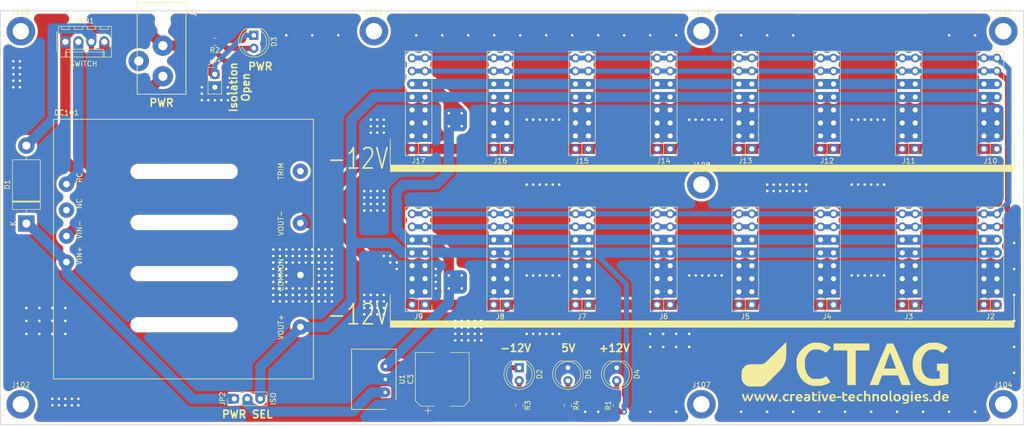
<source format=kicad_pcb>
(kicad_pcb (version 20171130) (host pcbnew "(5.1.0)-1")
  (layers (0 F.Cu signal) (31 B.Cu signal) (35 F.Paste user) (36 B.SilkS user) (37 F.SilkS user) (38 B.Mask user) (39 F.Mask user) (44 Edge.Cuts user))
  (net 0 "")
  (net 1 GND)
  (net 2 +5V)
  (net 3 "Net-(D1-Pad2)")
  (net 4 "Net-(D2-Pad2)")
  (net 5 -12V)
  (net 6 "Net-(D3-Pad2)")
  (net 7 "Net-(D4-Pad2)")
  (net 8 "Net-(D5-Pad2)")
  (net 9 "Net-(DC101-Pad1)")
  (net 10 +12V)
  (net 11 "Net-(J1-Pad1)")
  (net 12 /GATE)
  (net 13 /CV)
  (net 14 "Net-(D1-Pad1)")
  (net 15 "Net-(JP2-Pad2)")
  (net 16 "Net-(D3-Pad1)")
  (module specific:Logo_copper_CC-BY-SA_10x4.5mm (layer F.Cu) (at 182.572 118.824)
    (fp_text reference G*** hide)
    (fp_text value LOGO hide)
    (fp_poly (pts (xy 3.92176 -0.64516) (xy 3.91414 -0.52324) (xy 3.88874 -0.40386) (xy 3.8481 -0.2921) (xy 3.82016 -0.24892) (xy 3.78206 -0.19812) (xy 3.74142 -0.14986) (xy 3.73634 -0.14478) (xy 3.63982 -0.06604) (xy 3.5306 -0.00762) (xy 3.41376 0.02286) (xy 3.2893 0.03556) (xy 3.1623 0.0254) (xy 3.15468 0.02286) (xy 3.048 -0.00762) (xy 2.95148 -0.0635) (xy 2.87274 -0.13716) (xy 2.8067 -0.23114) (xy 2.75844 -0.3429) (xy 2.74066 -0.41148) (xy 2.7305 -0.44704) (xy 2.89052 -0.44704) (xy 3.05054 -0.44704) (xy 3.05816 -0.3937) (xy 3.07594 -0.34036) (xy 3.10896 -0.2921) (xy 3.1496 -0.25654) (xy 3.15468 -0.254) (xy 3.18262 -0.24384) (xy 3.22326 -0.23368) (xy 3.25374 -0.2286) (xy 3.3401 -0.22352) (xy 3.4163 -0.24384) (xy 3.48234 -0.28448) (xy 3.53568 -0.34798) (xy 3.57378 -0.4318) (xy 3.59918 -0.53594) (xy 3.6068 -0.62738) (xy 3.60172 -0.72136) (xy 3.58648 -0.81026) (xy 3.55854 -0.88646) (xy 3.556 -0.89408) (xy 3.51282 -0.9525) (xy 3.4544 -0.99822) (xy 3.39344 -1.02108) (xy 3.3147 -1.03124) (xy 3.23596 -1.02108) (xy 3.16738 -0.99314) (xy 3.1115 -0.94996) (xy 3.07848 -0.9017) (xy 3.05816 -0.85852) (xy 3.05308 -0.83312) (xy 3.06324 -0.82042) (xy 3.08864 -0.81534) (xy 3.0988 -0.81534) (xy 3.14706 -0.81534) (xy 3.0226 -0.69088) (xy 2.89814 -0.56642) (xy 2.77368 -0.69088) (xy 2.64922 -0.81534) (xy 2.69494 -0.81534) (xy 2.73304 -0.82296) (xy 2.75336 -0.84328) (xy 2.75844 -0.87884) (xy 2.76352 -0.90932) (xy 2.78384 -0.95504) (xy 2.81178 -1.00838) (xy 2.84226 -1.06172) (xy 2.87528 -1.10744) (xy 2.90322 -1.14046) (xy 2.98704 -1.2065) (xy 3.08356 -1.25476) (xy 3.19024 -1.2827) (xy 3.30454 -1.29032) (xy 3.42138 -1.28016) (xy 3.53568 -1.24714) (xy 3.60172 -1.21666) (xy 3.69316 -1.15824) (xy 3.76936 -1.0795) (xy 3.83286 -0.98552) (xy 3.87858 -0.87884) (xy 3.90906 -0.76454) (xy 3.92176 -0.64516)) (layer F.Cu) (width 0.00254))
    (fp_poly (pts (xy 0.68326 -1.24968) (xy 0.6731 -1.19888) (xy 0.64516 -1.15316) (xy 0.60452 -1.11506) (xy 0.5461 -1.0922) (xy 0.54102 -1.0922) (xy 0.50546 -1.0922) (xy 0.46228 -1.09982) (xy 0.45212 -1.1049) (xy 0.4191 -1.11506) (xy 0.40132 -1.12268) (xy 0.39878 -1.12268) (xy 0.39116 -1.13284) (xy 0.37592 -1.1557) (xy 0.37084 -1.16586) (xy 0.34544 -1.22682) (xy 0.3429 -1.28778) (xy 0.36068 -1.34112) (xy 0.39624 -1.38684) (xy 0.44704 -1.41986) (xy 0.508 -1.43256) (xy 0.51816 -1.43256) (xy 0.57912 -1.4224) (xy 0.62738 -1.39192) (xy 0.6604 -1.35128) (xy 0.67818 -1.30302) (xy 0.68326 -1.24968)) (layer F.Cu) (width 0.00254))
    (fp_poly (pts (xy 0.84582 -0.90678) (xy 0.84328 -0.86614) (xy 0.84328 -0.81026) (xy 0.84328 -0.74168) (xy 0.84328 -0.67564) (xy 0.84074 -0.44704) (xy 0.7747 -0.44196) (xy 0.70866 -0.43942) (xy 0.70358 -0.14224) (xy 0.70104 0.1524) (xy 0.51054 0.1524) (xy 0.3175 0.1524) (xy 0.3175 -0.14732) (xy 0.3175 -0.44704) (xy 0.26416 -0.4445) (xy 0.22606 -0.4445) (xy 0.19812 -0.4445) (xy 0.19304 -0.4445) (xy 0.18796 -0.45212) (xy 0.18288 -0.47244) (xy 0.18034 -0.508) (xy 0.1778 -0.56388) (xy 0.1778 -0.64008) (xy 0.1778 -0.70612) (xy 0.1778 -0.79502) (xy 0.1778 -0.86614) (xy 0.18034 -0.91694) (xy 0.18542 -0.94996) (xy 0.18796 -0.97536) (xy 0.19558 -0.9906) (xy 0.19812 -0.99314) (xy 0.20574 -1.00076) (xy 0.21336 -1.00838) (xy 0.2286 -1.01346) (xy 0.25146 -1.016) (xy 0.28448 -1.01854) (xy 0.33528 -1.02108) (xy 0.40386 -1.02108) (xy 0.4953 -1.02108) (xy 0.51054 -1.02108) (xy 0.6096 -1.02108) (xy 0.68834 -1.01854) (xy 0.74676 -1.016) (xy 0.78994 -1.01092) (xy 0.81788 -1.0033) (xy 0.83312 -0.9906) (xy 0.84074 -0.97282) (xy 0.84328 -0.94996) (xy 0.84582 -0.92456) (xy 0.84582 -0.90678)) (layer F.Cu) (width 0.00254))
    (fp_poly (pts (xy -1.83388 0.1016) (xy -1.83388 0.11684) (xy -1.84912 0.14478) (xy -1.86436 0.16764) (xy -1.93802 0.24892) (xy -2.0193 0.3048) (xy -2.11074 0.3429) (xy -2.21488 0.35814) (xy -2.33172 0.3556) (xy -2.42824 0.33782) (xy -2.51206 0.30226) (xy -2.58826 0.24892) (xy -2.60096 0.23622) (xy -2.667 0.15748) (xy -2.71526 0.06604) (xy -2.7432 -0.04064) (xy -2.74574 -0.06096) (xy -2.75082 -0.18034) (xy -2.73812 -0.28956) (xy -2.7051 -0.3937) (xy -2.6543 -0.4826) (xy -2.58826 -0.55626) (xy -2.50698 -0.61468) (xy -2.45872 -0.63754) (xy -2.35966 -0.6604) (xy -2.25298 -0.66802) (xy -2.1463 -0.65786) (xy -2.04724 -0.62992) (xy -2.03454 -0.62484) (xy -1.98882 -0.59944) (xy -1.93802 -0.56134) (xy -1.8923 -0.51816) (xy -1.85674 -0.47752) (xy -1.84404 -0.45974) (xy -1.83642 -0.44196) (xy -1.83642 -0.42926) (xy -1.84912 -0.4191) (xy -1.87452 -0.40386) (xy -1.9177 -0.381) (xy -1.93548 -0.37084) (xy -2.04216 -0.3175) (xy -2.10312 -0.381) (xy -2.13868 -0.41656) (xy -2.16154 -0.43434) (xy -2.18694 -0.4445) (xy -2.21996 -0.44704) (xy -2.2352 -0.44704) (xy -2.30632 -0.43688) (xy -2.3622 -0.40894) (xy -2.40538 -0.35814) (xy -2.4257 -0.32512) (xy -2.44602 -0.25908) (xy -2.45618 -0.18034) (xy -2.45618 -0.09652) (xy -2.44094 -0.02032) (xy -2.42824 0.01524) (xy -2.39014 0.07366) (xy -2.33934 0.1143) (xy -2.27838 0.13462) (xy -2.21234 0.13716) (xy -2.14884 0.11684) (xy -2.09296 0.0762) (xy -2.06502 0.04572) (xy -2.0447 0.02032) (xy -2.03962 0.01016) (xy -2.032 0.00508) (xy -2.01422 0.00508) (xy -1.98374 0.01778) (xy -1.93802 0.04318) (xy -1.89484 0.06604) (xy -1.85674 0.08636) (xy -1.83642 0.09906) (xy -1.83388 0.1016)) (layer F.Cu) (width 0.00254))
    (fp_poly (pts (xy -2.78384 0.10414) (xy -2.8067 0.14224) (xy -2.83972 0.18796) (xy -2.89052 0.23622) (xy -2.94386 0.28194) (xy -2.9972 0.31496) (xy -3.0099 0.32004) (xy -3.10134 0.34798) (xy -3.20802 0.35814) (xy -3.2893 0.3556) (xy -3.39852 0.33274) (xy -3.4925 0.2921) (xy -3.57124 0.23114) (xy -3.63474 0.1524) (xy -3.68046 0.05842) (xy -3.7084 -0.04572) (xy -3.71348 -0.16764) (xy -3.71094 -0.20066) (xy -3.6957 -0.31242) (xy -3.66014 -0.4064) (xy -3.6068 -0.49022) (xy -3.58648 -0.51562) (xy -3.5052 -0.58674) (xy -3.40868 -0.63754) (xy -3.30454 -0.66548) (xy -3.19024 -0.66802) (xy -3.13944 -0.66294) (xy -3.08102 -0.65024) (xy -3.02006 -0.635) (xy -2.97942 -0.61722) (xy -2.94132 -0.59436) (xy -2.89814 -0.56134) (xy -2.8575 -0.52324) (xy -2.82448 -0.48768) (xy -2.80162 -0.45466) (xy -2.79654 -0.43942) (xy -2.8067 -0.42418) (xy -2.83464 -0.40386) (xy -2.87782 -0.381) (xy -2.89814 -0.3683) (xy -2.99974 -0.3175) (xy -3.0607 -0.381) (xy -3.09626 -0.41656) (xy -3.12166 -0.43434) (xy -3.14452 -0.4445) (xy -3.17754 -0.44704) (xy -3.19532 -0.44704) (xy -3.26644 -0.43434) (xy -3.32486 -0.40386) (xy -3.37312 -0.35052) (xy -3.37566 -0.3429) (xy -3.39344 -0.29972) (xy -3.4036 -0.23622) (xy -3.40868 -0.16764) (xy -3.40614 -0.09398) (xy -3.39852 -0.03048) (xy -3.3909 0) (xy -3.36042 0.06096) (xy -3.31724 0.10414) (xy -3.25882 0.127) (xy -3.19786 0.13208) (xy -3.12928 0.127) (xy -3.08102 0.10668) (xy -3.03784 0.06604) (xy -3.02006 0.04064) (xy -2.99974 0.0127) (xy -2.9845 0) (xy -2.96926 0.00508) (xy -2.93624 0.02032) (xy -2.8956 0.04318) (xy -2.87782 0.0508) (xy -2.78384 0.10414)) (layer F.Cu) (width 0.00254))
    (fp_poly (pts (xy 4.52628 -0.6096) (xy 4.52374 -0.51054) (xy 4.51612 -0.42164) (xy 4.50596 -0.35052) (xy 4.50342 -0.34036) (xy 4.45008 -0.17272) (xy 4.37134 -0.01778) (xy 4.30022 0.08382) (xy 4.30022 -0.59944) (xy 4.30022 -0.67564) (xy 4.2926 -0.77978) (xy 4.2799 -0.86614) (xy 4.26212 -0.94488) (xy 4.23164 -1.02362) (xy 4.20116 -1.08966) (xy 4.12242 -1.2192) (xy 4.0259 -1.33604) (xy 3.90906 -1.44018) (xy 3.78206 -1.52654) (xy 3.6449 -1.59004) (xy 3.60172 -1.60528) (xy 3.51282 -1.62814) (xy 3.40868 -1.64084) (xy 3.29692 -1.64592) (xy 3.1877 -1.64338) (xy 3.09118 -1.63068) (xy 3.08102 -1.62814) (xy 2.9337 -1.58242) (xy 2.79654 -1.51384) (xy 2.66954 -1.42748) (xy 2.55778 -1.3208) (xy 2.46126 -1.19634) (xy 2.38252 -1.05918) (xy 2.33426 -0.94488) (xy 2.31648 -0.89408) (xy 2.30632 -0.8509) (xy 2.2987 -0.8128) (xy 2.29362 -0.76962) (xy 2.29108 -0.71374) (xy 2.29108 -0.64262) (xy 2.29362 -0.5334) (xy 2.30378 -0.43942) (xy 2.3241 -0.3556) (xy 2.35204 -0.27432) (xy 2.38252 -0.21082) (xy 2.44348 -0.10922) (xy 2.51968 -0.00762) (xy 2.60858 0.08382) (xy 2.70256 0.16764) (xy 2.78892 0.22606) (xy 2.921 0.2921) (xy 3.06324 0.33528) (xy 3.2131 0.36068) (xy 3.3655 0.36322) (xy 3.51282 0.3429) (xy 3.56108 0.3302) (xy 3.6957 0.28194) (xy 3.82778 0.21082) (xy 3.94716 0.12446) (xy 4.05638 0.02032) (xy 4.14528 -0.0889) (xy 4.21386 -0.20828) (xy 4.22148 -0.22352) (xy 4.26466 -0.3429) (xy 4.29006 -0.46482) (xy 4.30022 -0.59944) (xy 4.30022 0.08382) (xy 4.27228 0.12446) (xy 4.1529 0.254) (xy 4.04368 0.34544) (xy 3.89382 0.44196) (xy 3.73634 0.51562) (xy 3.5687 0.56642) (xy 3.39598 0.59182) (xy 3.21818 0.59436) (xy 3.08864 0.57912) (xy 2.92608 0.54102) (xy 2.77114 0.48006) (xy 2.62382 0.3937) (xy 2.48412 0.28702) (xy 2.35966 0.16002) (xy 2.34188 0.1397) (xy 2.23774 0) (xy 2.159 -0.14986) (xy 2.10058 -0.30988) (xy 2.06756 -0.47498) (xy 2.0574 -0.64262) (xy 2.0701 -0.8128) (xy 2.10566 -0.98044) (xy 2.16662 -1.14554) (xy 2.1844 -1.1811) (xy 2.26822 -1.32842) (xy 2.3749 -1.46558) (xy 2.49682 -1.58496) (xy 2.63398 -1.68656) (xy 2.7813 -1.77038) (xy 2.93878 -1.8288) (xy 2.97434 -1.8415) (xy 3.02006 -1.85166) (xy 3.06324 -1.85928) (xy 3.10896 -1.86436) (xy 3.16484 -1.8669) (xy 3.23596 -1.86944) (xy 3.29946 -1.86944) (xy 3.38836 -1.8669) (xy 3.4544 -1.86436) (xy 3.50774 -1.86182) (xy 3.55346 -1.8542) (xy 3.59664 -1.84658) (xy 3.6195 -1.83896) (xy 3.72364 -1.80594) (xy 3.83286 -1.75768) (xy 3.937 -1.70434) (xy 4.01574 -1.65354) (xy 4.06908 -1.61036) (xy 4.13258 -1.55194) (xy 4.19862 -1.48844) (xy 4.25958 -1.4224) (xy 4.30784 -1.36398) (xy 4.32562 -1.33604) (xy 4.37388 -1.25984) (xy 4.4196 -1.1684) (xy 4.46024 -1.07442) (xy 4.49072 -0.98298) (xy 4.4958 -0.96266) (xy 4.51104 -0.89408) (xy 4.51866 -0.80772) (xy 4.52628 -0.7112) (xy 4.52628 -0.6096)) (layer F.Cu) (width 0.00254))
    (fp_poly (pts (xy 1.7526 -0.63754) (xy 1.74244 -0.46482) (xy 1.7145 -0.30734) (xy 1.66624 -0.16256) (xy 1.59766 -0.0254) (xy 1.51892 0.08382) (xy 1.51892 -0.63754) (xy 1.5113 -0.7747) (xy 1.49098 -0.89662) (xy 1.45288 -1.01346) (xy 1.42494 -1.07696) (xy 1.35128 -1.20396) (xy 1.25476 -1.3208) (xy 1.143 -1.42494) (xy 1.01854 -1.51384) (xy 0.88392 -1.57988) (xy 0.80264 -1.61036) (xy 0.762 -1.62306) (xy 0.72136 -1.63068) (xy 0.67564 -1.63576) (xy 0.6223 -1.6383) (xy 0.55118 -1.64084) (xy 0.51562 -1.64084) (xy 0.43688 -1.6383) (xy 0.37592 -1.6383) (xy 0.32766 -1.63322) (xy 0.28702 -1.6256) (xy 0.24638 -1.61544) (xy 0.2286 -1.61036) (xy 0.08128 -1.55194) (xy -0.0508 -1.47066) (xy -0.17272 -1.3716) (xy -0.2794 -1.25476) (xy -0.3683 -1.12268) (xy -0.43434 -0.9779) (xy -0.46228 -0.89662) (xy -0.47752 -0.81534) (xy -0.48768 -0.71882) (xy -0.49022 -0.61722) (xy -0.48514 -0.51816) (xy -0.47498 -0.42926) (xy -0.46736 -0.39624) (xy -0.41148 -0.24638) (xy -0.33528 -0.10668) (xy -0.23876 0.02032) (xy -0.12446 0.13208) (xy -0.05588 0.18288) (xy 0.0762 0.26416) (xy 0.22098 0.32258) (xy 0.37338 0.35814) (xy 0.53086 0.36576) (xy 0.6604 0.3556) (xy 0.77724 0.3302) (xy 0.89662 0.28956) (xy 1.00838 0.23622) (xy 1.03632 0.22098) (xy 1.07696 0.19304) (xy 1.12776 0.1524) (xy 1.18364 0.1016) (xy 1.23698 0.0508) (xy 1.2954 -0.00508) (xy 1.33858 -0.05588) (xy 1.3716 -0.1016) (xy 1.39954 -0.14986) (xy 1.41478 -0.1778) (xy 1.46304 -0.28956) (xy 1.49606 -0.40132) (xy 1.51384 -0.51562) (xy 1.51892 -0.63754) (xy 1.51892 0.08382) (xy 1.50876 0.1016) (xy 1.4097 0.21082) (xy 1.27254 0.33274) (xy 1.1303 0.4318) (xy 0.9779 0.508) (xy 0.81788 0.5588) (xy 0.81534 0.56134) (xy 0.73914 0.57404) (xy 0.65024 0.5842) (xy 0.55372 0.59182) (xy 0.45974 0.59436) (xy 0.37846 0.59182) (xy 0.32512 0.58674) (xy 0.15748 0.5461) (xy -0.00254 0.4826) (xy -0.1524 0.39624) (xy -0.29464 0.28956) (xy -0.3556 0.23114) (xy -0.47498 0.09398) (xy -0.5715 -0.04826) (xy -0.64516 -0.20574) (xy -0.6858 -0.3302) (xy -0.6985 -0.38608) (xy -0.70866 -0.43942) (xy -0.71374 -0.49276) (xy -0.71628 -0.55626) (xy -0.71882 -0.62992) (xy -0.71374 -0.7493) (xy -0.70612 -0.84582) (xy -0.69596 -0.9017) (xy -0.6477 -1.0668) (xy -0.57658 -1.22174) (xy -0.48514 -1.36398) (xy -0.37592 -1.49606) (xy -0.25146 -1.61036) (xy -0.1143 -1.70688) (xy 0.03302 -1.78308) (xy 0.19304 -1.83896) (xy 0.22352 -1.84658) (xy 0.30226 -1.85928) (xy 0.39878 -1.8669) (xy 0.50038 -1.86944) (xy 0.60706 -1.86944) (xy 0.70612 -1.86182) (xy 0.79248 -1.84912) (xy 0.83566 -1.83896) (xy 1.00076 -1.78308) (xy 1.1557 -1.7018) (xy 1.30048 -1.59766) (xy 1.43002 -1.4732) (xy 1.54432 -1.33096) (xy 1.55702 -1.31572) (xy 1.63068 -1.1938) (xy 1.68402 -1.07442) (xy 1.72212 -0.94742) (xy 1.74498 -0.80772) (xy 1.7526 -0.65278) (xy 1.7526 -0.63754)) (layer F.Cu) (width 0.00254))
    (fp_poly (pts (xy -1.11252 -0.17526) (xy -1.11252 -0.08382) (xy -1.1176 0.0381) (xy -1.12776 0.14478) (xy -1.14554 0.23876) (xy -1.1684 0.3302) (xy -1.19888 0.42418) (xy -1.22428 0.49022) (xy -1.30302 0.65532) (xy -1.40462 0.8128) (xy -1.40716 0.81534) (xy -1.40716 -0.17526) (xy -1.41986 -0.35306) (xy -1.45796 -0.52578) (xy -1.51638 -0.69342) (xy -1.59512 -0.8509) (xy -1.69672 -0.99568) (xy -1.8161 -1.1303) (xy -1.9558 -1.24968) (xy -2.11328 -1.35128) (xy -2.1209 -1.35636) (xy -2.2733 -1.42748) (xy -2.4384 -1.47828) (xy -2.60858 -1.50622) (xy -2.78384 -1.51638) (xy -2.95656 -1.50368) (xy -3.12674 -1.47066) (xy -3.2893 -1.41478) (xy -3.39344 -1.36652) (xy -3.53822 -1.27508) (xy -3.67284 -1.16332) (xy -3.7973 -1.03632) (xy -3.90398 -0.89662) (xy -3.99034 -0.74676) (xy -4.05892 -0.59182) (xy -4.08432 -0.50292) (xy -4.12242 -0.3175) (xy -4.13258 -0.13716) (xy -4.11988 0.04064) (xy -4.07924 0.21336) (xy -4.01828 0.381) (xy -3.93192 0.54102) (xy -3.82524 0.69088) (xy -3.6957 0.82804) (xy -3.55092 0.94996) (xy -3.39598 1.04902) (xy -3.23596 1.12268) (xy -3.06578 1.17348) (xy -2.88798 1.19888) (xy -2.70256 1.20142) (xy -2.53492 1.18364) (xy -2.37744 1.14808) (xy -2.22504 1.08966) (xy -2.07518 1.01092) (xy -1.93548 0.9144) (xy -1.80848 0.80518) (xy -1.69418 0.68072) (xy -1.59766 0.54864) (xy -1.524 0.40894) (xy -1.50622 0.36576) (xy -1.4478 0.18542) (xy -1.41478 0.00254) (xy -1.40716 -0.17526) (xy -1.40716 0.81534) (xy -1.524 0.95758) (xy -1.65862 1.08966) (xy -1.80848 1.2065) (xy -1.9685 1.3081) (xy -2.13614 1.38938) (xy -2.3114 1.45034) (xy -2.48666 1.48844) (xy -2.57302 1.4986) (xy -2.6543 1.50622) (xy -2.7178 1.50876) (xy -2.77114 1.5113) (xy -2.82194 1.5113) (xy -2.87274 1.50876) (xy -2.91846 1.50622) (xy -3.11404 1.47828) (xy -3.29946 1.43002) (xy -3.47472 1.35636) (xy -3.6449 1.26238) (xy -3.80492 1.143) (xy -3.9624 0.99822) (xy -3.96494 0.99314) (xy -4.1021 0.8382) (xy -4.21386 0.67818) (xy -4.30022 0.51054) (xy -4.36626 0.33528) (xy -4.4069 0.14732) (xy -4.42722 -0.04826) (xy -4.4323 -0.1524) (xy -4.42214 -0.33528) (xy -4.39928 -0.50546) (xy -4.35864 -0.66548) (xy -4.29768 -0.82296) (xy -4.24942 -0.91948) (xy -4.14528 -1.09474) (xy -4.02336 -1.25222) (xy -3.88366 -1.39446) (xy -3.72872 -1.51892) (xy -3.56362 -1.62306) (xy -3.38582 -1.70942) (xy -3.2004 -1.77038) (xy -3.08356 -1.79578) (xy -2.99974 -1.80848) (xy -2.89814 -1.81356) (xy -2.78638 -1.8161) (xy -2.67462 -1.8161) (xy -2.57048 -1.80848) (xy -2.47904 -1.79832) (xy -2.45872 -1.79578) (xy -2.26568 -1.74752) (xy -2.08026 -1.67894) (xy -1.905 -1.5875) (xy -1.74498 -1.47574) (xy -1.59766 -1.3462) (xy -1.46558 -1.20142) (xy -1.35128 -1.0414) (xy -1.2573 -0.86868) (xy -1.18364 -0.68326) (xy -1.1684 -0.63754) (xy -1.14554 -0.54864) (xy -1.1303 -0.46482) (xy -1.1176 -0.37846) (xy -1.11252 -0.28448) (xy -1.11252 -0.17526)) (layer F.Cu) (width 0.00254))
    (fp_poly (pts (xy 3.84302 1.9431) (xy 3.83286 1.94818) (xy 3.79984 1.95072) (xy 3.76174 1.95326) (xy 3.68046 1.95326) (xy 3.6576 1.87706) (xy 3.63474 1.80086) (xy 3.58648 1.80086) (xy 3.58648 1.67132) (xy 3.54584 1.55702) (xy 3.5306 1.50876) (xy 3.51282 1.47066) (xy 3.50266 1.45288) (xy 3.50012 1.45034) (xy 3.48996 1.46558) (xy 3.47726 1.4986) (xy 3.46202 1.54178) (xy 3.44678 1.5875) (xy 3.43154 1.62814) (xy 3.42392 1.65608) (xy 3.42138 1.6637) (xy 3.43408 1.66878) (xy 3.46456 1.67132) (xy 3.50266 1.67132) (xy 3.58648 1.67132) (xy 3.58648 1.80086) (xy 3.50266 1.80086) (xy 3.37312 1.80086) (xy 3.34518 1.87706) (xy 3.31724 1.95326) (xy 3.23596 1.95326) (xy 3.15722 1.95326) (xy 3.2893 1.60528) (xy 3.41884 1.2573) (xy 3.5052 1.2573) (xy 3.58902 1.2573) (xy 3.71602 1.59512) (xy 3.74904 1.68402) (xy 3.77952 1.76276) (xy 3.80492 1.83134) (xy 3.8227 1.88722) (xy 3.83794 1.92532) (xy 3.84302 1.9431)) (layer F.Cu) (width 0.00254))
    (fp_poly (pts (xy 1.12268 1.24968) (xy 0.98806 1.4732) (xy 0.85344 1.69672) (xy 0.85344 1.82372) (xy 0.85344 1.95326) (xy 0.77724 1.95326) (xy 0.70104 1.95326) (xy 0.70104 1.81864) (xy 0.70104 1.68148) (xy 0.57658 1.47574) (xy 0.53848 1.4097) (xy 0.50546 1.35128) (xy 0.47752 1.30556) (xy 0.4572 1.27508) (xy 0.44958 1.25984) (xy 0.45974 1.25476) (xy 0.48768 1.25222) (xy 0.52832 1.24968) (xy 0.5334 1.24968) (xy 0.6223 1.24968) (xy 0.70104 1.38684) (xy 0.73914 1.4478) (xy 0.76454 1.4859) (xy 0.78232 1.50622) (xy 0.79248 1.50368) (xy 0.80264 1.4859) (xy 0.82296 1.45288) (xy 0.84836 1.40716) (xy 0.87122 1.3716) (xy 0.93726 1.2573) (xy 1.0287 1.25222) (xy 1.12268 1.24968)) (layer F.Cu) (width 0.00254))
    (fp_poly (pts (xy 0.41656 1.77546) (xy 0.39624 1.8415) (xy 0.3556 1.89484) (xy 0.29972 1.92786) (xy 0.27686 1.93802) (xy 0.254 1.9431) (xy 0.254 1.73482) (xy 0.24892 1.69672) (xy 0.23368 1.67132) (xy 0.2286 1.66878) (xy 0.2286 1.44272) (xy 0.2159 1.40716) (xy 0.20828 1.397) (xy 0.18796 1.38684) (xy 0.15494 1.38176) (xy 0.09906 1.37922) (xy 0.0889 1.37922) (xy -0.00762 1.37922) (xy -0.0127 1.41986) (xy -0.01524 1.4605) (xy -0.01524 1.49606) (xy -0.01016 1.51384) (xy -0.00254 1.524) (xy 0.0127 1.52908) (xy 0.04826 1.53162) (xy 0.07874 1.53162) (xy 0.14478 1.52908) (xy 0.18796 1.51892) (xy 0.20066 1.5113) (xy 0.22352 1.48082) (xy 0.2286 1.44272) (xy 0.2286 1.66878) (xy 0.2032 1.65608) (xy 0.1524 1.64846) (xy 0.09144 1.64592) (xy -0.01016 1.64592) (xy -0.01016 1.73482) (xy -0.01016 1.82626) (xy 0.09652 1.82626) (xy 0.15748 1.82372) (xy 0.19558 1.81864) (xy 0.22098 1.81102) (xy 0.23114 1.8034) (xy 0.24892 1.77038) (xy 0.254 1.73482) (xy 0.254 1.9431) (xy 0.24892 1.9431) (xy 0.21336 1.94818) (xy 0.16256 1.95072) (xy 0.09652 1.95326) (xy 0.03302 1.95326) (xy -0.1778 1.95326) (xy -0.1778 1.60274) (xy -0.1778 1.24968) (xy 0.03048 1.24968) (xy 0.12446 1.25222) (xy 0.19304 1.25476) (xy 0.24638 1.25984) (xy 0.28448 1.27) (xy 0.31496 1.2827) (xy 0.33782 1.30302) (xy 0.34798 1.31064) (xy 0.36576 1.3462) (xy 0.37846 1.397) (xy 0.381 1.4478) (xy 0.37592 1.4732) (xy 0.36068 1.50622) (xy 0.33528 1.53924) (xy 0.33274 1.54178) (xy 0.31242 1.5621) (xy 0.30988 1.5748) (xy 0.3175 1.57988) (xy 0.35306 1.60274) (xy 0.38608 1.64084) (xy 0.40894 1.68402) (xy 0.41402 1.7018) (xy 0.41656 1.77546)) (layer F.Cu) (width 0.00254))
    (fp_poly (pts (xy 3.13944 1.77546) (xy 3.12674 1.82372) (xy 3.0988 1.86944) (xy 3.08864 1.88214) (xy 3.03784 1.92278) (xy 2.96926 1.95326) (xy 2.89052 1.9685) (xy 2.81178 1.97104) (xy 2.80162 1.9685) (xy 2.71272 1.94818) (xy 2.6416 1.91008) (xy 2.58826 1.85928) (xy 2.55524 1.79324) (xy 2.5527 1.78562) (xy 2.54508 1.74752) (xy 2.5527 1.72466) (xy 2.57556 1.71196) (xy 2.61874 1.71196) (xy 2.6289 1.71196) (xy 2.66954 1.71704) (xy 2.6924 1.72466) (xy 2.70256 1.7399) (xy 2.71018 1.76022) (xy 2.73812 1.80594) (xy 2.7813 1.83388) (xy 2.83464 1.84912) (xy 2.8956 1.84404) (xy 2.93116 1.83134) (xy 2.96926 1.80848) (xy 2.9845 1.78054) (xy 2.98196 1.74498) (xy 2.97434 1.7272) (xy 2.95656 1.70942) (xy 2.92354 1.69418) (xy 2.87528 1.67386) (xy 2.8067 1.65354) (xy 2.7686 1.64084) (xy 2.71018 1.62052) (xy 2.667 1.60274) (xy 2.63652 1.58242) (xy 2.61874 1.56464) (xy 2.58318 1.50622) (xy 2.57048 1.45034) (xy 2.57556 1.39192) (xy 2.60096 1.34112) (xy 2.64414 1.2954) (xy 2.69748 1.25984) (xy 2.76352 1.23698) (xy 2.83718 1.22936) (xy 2.9083 1.23698) (xy 2.99212 1.25984) (xy 3.05308 1.29794) (xy 3.09118 1.34874) (xy 3.1115 1.41224) (xy 3.1115 1.41478) (xy 3.11912 1.46812) (xy 3.04546 1.46812) (xy 3.00482 1.46558) (xy 2.98196 1.4605) (xy 2.96926 1.45034) (xy 2.9591 1.42748) (xy 2.9337 1.38938) (xy 2.89306 1.36398) (xy 2.8448 1.35382) (xy 2.79654 1.3589) (xy 2.75336 1.38176) (xy 2.75082 1.3843) (xy 2.72542 1.41224) (xy 2.72288 1.43256) (xy 2.73558 1.45796) (xy 2.74066 1.46558) (xy 2.7686 1.48336) (xy 2.82194 1.50622) (xy 2.89814 1.52908) (xy 2.90322 1.52908) (xy 2.98958 1.55702) (xy 3.05054 1.58496) (xy 3.09372 1.61544) (xy 3.12166 1.65608) (xy 3.1369 1.70434) (xy 3.1369 1.7145) (xy 3.13944 1.77546)) (layer F.Cu) (width 0.00254))
    (fp_poly (pts (xy 5.00634 2.23266) (xy 4.89204 2.23266) (xy 4.89204 0.89154) (xy 4.89204 -0.57404) (xy 4.89204 -2.0447) (xy 4.85394 -2.0828) (xy 4.81584 -2.11836) (xy 0.00508 -2.11836) (xy -4.80314 -2.11836) (xy -4.84124 -2.0828) (xy -4.87934 -2.0447) (xy -4.87934 -0.57404) (xy -4.8768 0.89154) (xy -4.65074 0.89408) (xy -4.42468 0.89408) (xy -4.34086 1.02362) (xy -4.21894 1.19126) (xy -4.0767 1.34366) (xy -3.91668 1.48082) (xy -3.74142 1.6002) (xy -3.55346 1.69926) (xy -3.35534 1.778) (xy -3.1496 1.83388) (xy -2.9845 1.86182) (xy -2.89814 1.86944) (xy -2.79654 1.87198) (xy -2.68478 1.86944) (xy -2.57556 1.86182) (xy -2.4765 1.84912) (xy -2.41554 1.83896) (xy -2.19964 1.78308) (xy -1.99644 1.70434) (xy -1.80848 1.60782) (xy -1.63068 1.4859) (xy -1.46558 1.34112) (xy -1.397 1.27254) (xy -1.34112 1.21158) (xy -1.28524 1.14046) (xy -1.2319 1.06934) (xy -1.19888 1.02362) (xy -1.1176 0.89408) (xy 1.88468 0.89408) (xy 4.89204 0.89154) (xy 4.89204 2.23266) (xy 4.8768 2.23266) (xy 4.8768 2.13106) (xy 4.8768 1.56972) (xy 4.8768 1.00838) (xy 1.92024 1.00838) (xy -1.03378 1.00838) (xy -1.11252 1.12522) (xy -1.20904 1.26238) (xy -1.30556 1.38176) (xy -1.40462 1.48082) (xy -1.50876 1.56972) (xy -1.6256 1.64846) (xy -1.71196 1.69926) (xy -1.85166 1.77038) (xy -1.97612 1.8288) (xy -2.09296 1.87706) (xy -2.21234 1.91516) (xy -2.3368 1.94564) (xy -2.34188 1.94564) (xy -2.52476 1.9812) (xy -2.69748 1.99644) (xy -2.86258 1.99644) (xy -3.03022 1.97866) (xy -3.2004 1.94564) (xy -3.39598 1.88722) (xy -3.59156 1.80594) (xy -3.79222 1.69672) (xy -3.99288 1.56464) (xy -4.06146 1.51638) (xy -4.11226 1.4732) (xy -4.17322 1.41478) (xy -4.23672 1.34874) (xy -4.30276 1.28016) (xy -4.36626 1.2065) (xy -4.4196 1.14046) (xy -4.46278 1.08204) (xy -4.48564 1.04648) (xy -4.50596 1.00838) (xy -4.699 1.00838) (xy -4.89204 1.00838) (xy -4.89204 1.56972) (xy -4.89204 2.13106) (xy -0.00508 2.13106) (xy 4.8768 2.13106) (xy 4.8768 2.23266) (xy 0.0127 2.23266) (xy -4.9784 2.23266) (xy -4.98602 2.05232) (xy -4.98856 2.01422) (xy -4.98856 1.9558) (xy -4.98856 1.87452) (xy -4.98856 1.77546) (xy -4.9911 1.65862) (xy -4.9911 1.52654) (xy -4.9911 1.37922) (xy -4.9911 1.2192) (xy -4.9911 1.04902) (xy -4.9911 0.86868) (xy -4.9911 0.68072) (xy -4.9911 0.48768) (xy -4.9911 0.28956) (xy -4.9911 0.0889) (xy -4.9911 -0.11176) (xy -4.9911 -0.31496) (xy -4.98856 -0.51562) (xy -4.98856 -0.7112) (xy -4.98856 -0.90424) (xy -4.98856 -1.08966) (xy -4.98602 -1.26492) (xy -4.98602 -1.43256) (xy -4.98348 -1.5875) (xy -4.98348 -1.72974) (xy -4.98348 -1.85674) (xy -4.98094 -1.96596) (xy -4.98094 -2.05994) (xy -4.9784 -2.13106) (xy -4.9784 -2.1844) (xy -4.97586 -2.21234) (xy -4.97586 -2.21742) (xy -4.96316 -2.21742) (xy -4.92506 -2.21742) (xy -4.8641 -2.21996) (xy -4.78028 -2.21996) (xy -4.67614 -2.21996) (xy -4.54914 -2.21996) (xy -4.4069 -2.2225) (xy -4.24434 -2.2225) (xy -4.064 -2.2225) (xy -3.86842 -2.2225) (xy -3.6576 -2.22504) (xy -3.43408 -2.22504) (xy -3.19532 -2.22504) (xy -2.9464 -2.22504) (xy -2.68732 -2.22504) (xy -2.41808 -2.22758) (xy -2.14122 -2.22758) (xy -1.8542 -2.22758) (xy -1.56464 -2.22758) (xy -1.26746 -2.22758) (xy -0.9652 -2.22758) (xy -0.6604 -2.23012) (xy -0.35306 -2.23012) (xy -0.04318 -2.23012) (xy 0.26162 -2.23012) (xy 0.56896 -2.23012) (xy 0.87376 -2.23012) (xy 1.17602 -2.23012) (xy 1.47574 -2.23012) (xy 1.76784 -2.23012) (xy 2.05486 -2.23012) (xy 2.33426 -2.23012) (xy 2.60604 -2.23012) (xy 2.86766 -2.23012) (xy 3.11912 -2.23012) (xy 3.35788 -2.23012) (xy 3.58394 -2.23012) (xy 3.7973 -2.23012) (xy 3.99542 -2.23012) (xy 4.1783 -2.23012) (xy 4.34594 -2.23012) (xy 4.49326 -2.22758) (xy 4.6228 -2.22758) (xy 4.72948 -2.22758) (xy 4.81838 -2.22758) (xy 4.88442 -2.22504) (xy 4.9276 -2.22504) (xy 4.94538 -2.22504) (xy 5.00634 -2.21742) (xy 5.00634 0.00762) (xy 5.00634 2.23266)) (layer F.Cu) (width 0.00254))
  )
  (module specific:ctag-logo (layer F.Cu) (at 216.1 119.84)
    (fp_text reference G*** hide)
    (fp_text value ctag-logo hide)
  )
  (module Connector_PinHeader_2.54mm:PinHeader_1x03_P2.54mm_Vertical (layer F.Cu) (at 96.72 124.92 90)
    (fp_text reference JP2 (at 0 -2.33 90) (layer F.SilkS))
    (fp_text value PWR_SEL)
    (pad 3 thru_hole oval (at 0 5.08 90) (size 1.7 1.7) (drill 1) (layers *.Cu *.Mask) (net 10 +12V))
    (pad 2 thru_hole oval (at 0 2.54 90) (size 1.7 1.7) (drill 1) (layers *.Cu *.Mask) (net 15 "Net-(JP2-Pad2)"))
    (pad 1 thru_hole rect (at 0 0 90) (size 1.7 1.7) (drill 1) (layers *.Cu *.Mask) (net 14 "Net-(D1-Pad1)"))
  )
  (module Connector_PinHeader_2.54mm:PinHeader_1x02_P2.54mm_Vertical (layer F.Cu) (at 92.91 61.42)
    (fp_text reference JP1 (at 0 -2.33) (layer F.SilkS))
    (fp_text value Isolation)
    (pad 2 thru_hole oval (at 0 2.54) (size 1.7 1.7) (drill 1) (layers *.Cu *.Mask) (net 1 GND))
    (pad 1 thru_hole rect (at 0 0) (size 1.7 1.7) (drill 1) (layers *.Cu *.Mask) (net 16 "Net-(D3-Pad1)"))
  )
  (module connectors:PJ-059A (layer F.Cu) (at 82.75 61.8264 270)
    (fp_text reference J1 (at -12.5 -6 270) (layer F.SilkS))
    (fp_text value Barrel_Jack)
    (pad 1 thru_hole circle (at 0 0 270) (size 4 4) (drill 1.8) (layers *.Cu *.Mask) (net 11 "Net-(J1-Pad1)"))
    (pad 2 thru_hole circle (at -6 0 270) (size 4 4) (drill 1.8) (layers *.Cu *.Mask) (net 16 "Net-(D3-Pad1)"))
    (pad 3 thru_hole circle (at -3 4.7 270) (size 4 4) (drill 1.8) (layers *.Cu *.Mask))
    (pad "" np_thru_hole circle (at -10.5 0 270) (size 2.2 2.2) (drill 2.2) (layers *.Cu *.Mask))
  )
  (module Resistor_SMD:R_0805_2012Metric_Pad1.15x1.40mm_HandSolder (layer F.Cu) (at 161.925 126.22 270)
    (fp_text reference R4 (at 0 -1.65 270) (layer F.SilkS))
    (fp_text value 180)
    (pad 2 smd roundrect (at 1.025 0 270) (size 1.15 1.4) (layers F.Cu F.Paste F.Mask) (roundrect_rratio 0.217391) (net 2 +5V))
    (pad 1 smd roundrect (at -1.025 0 270) (size 1.15 1.4) (layers F.Cu F.Paste F.Mask) (roundrect_rratio 0.217391) (net 8 "Net-(D5-Pad2)"))
  )
  (module Resistor_SMD:R_0805_2012Metric_Pad1.15x1.40mm_HandSolder (layer F.Cu) (at 152.4 126.22 270)
    (fp_text reference R3 (at 0 -1.65 270) (layer F.SilkS))
    (fp_text value 560)
    (pad 2 smd roundrect (at 1.025 0 270) (size 1.15 1.4) (layers F.Cu F.Paste F.Mask) (roundrect_rratio 0.217391) (net 1 GND))
    (pad 1 smd roundrect (at -1.025 0 270) (size 1.15 1.4) (layers F.Cu F.Paste F.Mask) (roundrect_rratio 0.217391) (net 4 "Net-(D2-Pad2)"))
  )
  (module Resistor_SMD:R_0805_2012Metric_Pad1.15x1.40mm_HandSolder (layer F.Cu) (at 92.91 55.07 180)
    (fp_text reference R2 (at 0 -1.65 180) (layer F.SilkS))
    (fp_text value 560)
    (pad 2 smd roundrect (at 1.025 0 180) (size 1.15 1.4) (layers F.Cu F.Paste F.Mask) (roundrect_rratio 0.217391) (net 3 "Net-(D1-Pad2)"))
    (pad 1 smd roundrect (at -1.025 0 180) (size 1.15 1.4) (layers F.Cu F.Paste F.Mask) (roundrect_rratio 0.217391) (net 6 "Net-(D3-Pad2)"))
  )
  (module Resistor_SMD:R_0805_2012Metric_Pad1.15x1.40mm_HandSolder (layer F.Cu) (at 171.45 126.22 90)
    (fp_text reference R1 (at 0 -1.65 90) (layer F.SilkS))
    (fp_text value 560)
    (pad 2 smd roundrect (at 1.025 0 90) (size 1.15 1.4) (layers F.Cu F.Paste F.Mask) (roundrect_rratio 0.217391) (net 7 "Net-(D4-Pad2)"))
    (pad 1 smd roundrect (at -1.025 0 90) (size 1.15 1.4) (layers F.Cu F.Paste F.Mask) (roundrect_rratio 0.217391) (net 10 +12V))
  )
  (module Connector_Molex:Molex_KK-254_AE-6410-04A_1x04_P2.54mm_Vertical (layer F.Cu) (at 63.7 55.07)
    (fp_text reference J101 (at 3.81 -4.12) (layer F.SilkS))
    (fp_text value SWITCH)
    (pad 4 thru_hole oval (at 7.62 0) (size 1.74 2.2) (drill 1.2) (layers *.Cu *.Mask) (net 11 "Net-(J1-Pad1)"))
    (pad 3 thru_hole oval (at 5.08 0) (size 1.74 2.2) (drill 1.2) (layers *.Cu *.Mask) (net 3 "Net-(D1-Pad2)"))
    (pad 2 thru_hole oval (at 2.54 0) (size 1.74 2.2) (drill 1.2) (layers *.Cu *.Mask) (net 9 "Net-(DC101-Pad1)"))
    (pad 1 thru_hole roundrect (at 0 0) (size 1.74 2.2) (drill 1.2) (layers *.Cu *.Mask) (roundrect_rratio 0.143678) (net 16 "Net-(D3-Pad1)"))
  )
  (module dcdc:DKA30A-12 (layer F.Cu) (at 63.9156 82.9268 270)
    (fp_text reference DC101 (at -13.97 0) (layer F.SilkS))
    (fp_text value DKA30A-12)
    (fp_text user RC (at -1.27 -2.54 270) (layer F.SilkS))
    (fp_text user NC (at 3.81 -2.54 270) (layer F.SilkS))
    (fp_text user VIN- (at 8.89 -2.54 270) (layer F.SilkS))
    (fp_text user VIN+ (at 13.97 -2.54 270) (layer F.SilkS))
    (fp_text user VOUT+ (at 27.94 -41.91 270) (layer F.SilkS))
    (fp_text user COMMON (at 17.78 -41.91 270) (layer F.SilkS))
    (fp_text user VOUT- (at 7.62 -41.91 270) (layer F.SilkS))
    (fp_text user TRIM (at -2.54 -41.91 270) (layer F.SilkS))
    (pad 1 thru_hole circle (at 0 0 270) (size 3 3) (drill 1.3) (layers *.Cu *.Mask) (net 9 "Net-(DC101-Pad1)"))
    (pad 2 thru_hole circle (at 5.08 0 270) (size 3 3) (drill 1.3) (layers *.Cu *.Mask))
    (pad 3 thru_hole circle (at 10.16 0 270) (size 3 3) (drill 1.3) (layers *.Cu *.Mask) (net 16 "Net-(D3-Pad1)"))
    (pad 4 thru_hole circle (at 15.24 0 270) (size 3 3) (drill 1.3) (layers *.Cu *.Mask) (net 14 "Net-(D1-Pad1)"))
    (pad 5 thru_hole circle (at 27.94 -45.72 270) (size 3 3) (drill 1.3) (layers *.Cu *.Mask) (net 10 +12V))
    (pad 6 thru_hole circle (at 17.78 -45.72 270) (size 3 3) (drill 1.3) (layers *.Cu *.Mask) (net 1 GND))
    (pad 7 thru_hole circle (at 7.62 -45.72 270) (size 3 3) (drill 1.3) (layers *.Cu *.Mask) (net 5 -12V))
    (pad 8 thru_hole circle (at -2.54 -45.72 270) (size 3 3) (drill 1.3) (layers *.Cu *.Mask))
    (pad "" np_thru_hole oval (at -2.5 -23 270) (size 2 20) (drill oval 2 20) (layers *.Cu *.Mask))
    (pad "" np_thru_hole oval (at 7.5 -23 270) (size 2 20) (drill oval 2 20) (layers *.Cu *.Mask))
    (pad "" np_thru_hole oval (at 17.5 -23 270) (size 2 20) (drill oval 2 20) (layers *.Cu *.Mask))
    (pad "" np_thru_hole oval (at 27.5 -23 270) (size 2 20) (drill oval 2 20) (layers *.Cu *.Mask))
  )
  (module Package_SIP:SIP3_11.6x8.5mm (layer F.Cu) (at 126.2348 123.65 90)
    (fp_text reference U1 (at 2.54 3.3 270) (layer F.SilkS))
    (fp_text value R-78E5.0-1.0)
    (pad 2 thru_hole circle (at 2.54 0 270) (size 1.3 1.3) (drill 0.7) (layers *.Cu *.Mask) (net 1 GND))
    (pad 1 thru_hole rect (at 0 0) (size 1.3 1.3) (drill 0.7) (layers *.Cu *.Mask) (net 15 "Net-(JP2-Pad2)"))
    (pad 3 thru_hole circle (at 5.08 0) (size 1.3 1.3) (drill 0.7) (layers *.Cu *.Mask) (net 2 +5V))
  )
  (module Capacitor_SMD:CP_Elec_10x10 (layer F.Cu) (at 137.36 121.11 90)
    (fp_text reference C3 (at 0 -6.2 90) (layer F.SilkS))
    (fp_text value 22u)
    (pad 2 smd roundrect (at 4 0 90) (size 4 2.5) (layers F.Cu F.Paste F.Mask) (roundrect_rratio 0.1) (net 1 GND))
    (pad 1 smd roundrect (at -4 0 90) (size 4 2.5) (layers F.Cu F.Paste F.Mask) (roundrect_rratio 0.1) (net 2 +5V))
  )
  (module Connector_PinHeader_2.54mm:PinHeader_2x08_P2.54mm_Vertical (layer F.Cu) (at 245.762037 76.029244 180)
    (fp_text reference J10 (at 1.27 -2.33 180) (layer F.SilkS))
    (fp_text value ~)
    (pad 1 thru_hole rect (at 0 0 180) (size 1.7 1.7) (drill 1) (layers *.Cu *.Mask) (net 5 -12V))
    (pad 2 thru_hole oval (at 2.54 0 180) (size 1.7 1.7) (drill 1) (layers *.Cu *.Mask) (net 5 -12V))
    (pad 3 thru_hole oval (at 0 2.54 180) (size 1.7 1.7) (drill 1) (layers *.Cu *.Mask) (net 1 GND))
    (pad 4 thru_hole oval (at 2.54 2.54 180) (size 1.7 1.7) (drill 1) (layers *.Cu *.Mask) (net 1 GND))
    (pad 5 thru_hole oval (at 0 5.08 180) (size 1.7 1.7) (drill 1) (layers *.Cu *.Mask) (net 1 GND))
    (pad 6 thru_hole oval (at 2.54 5.08 180) (size 1.7 1.7) (drill 1) (layers *.Cu *.Mask) (net 1 GND))
    (pad 7 thru_hole oval (at 0 7.62 180) (size 1.7 1.7) (drill 1) (layers *.Cu *.Mask) (net 1 GND))
    (pad 8 thru_hole oval (at 2.54 7.62 180) (size 1.7 1.7) (drill 1) (layers *.Cu *.Mask) (net 1 GND))
    (pad 9 thru_hole oval (at 0 10.16 180) (size 1.7 1.7) (drill 1) (layers *.Cu *.Mask) (net 10 +12V))
    (pad 10 thru_hole oval (at 2.54 10.16 180) (size 1.7 1.7) (drill 1) (layers *.Cu *.Mask) (net 10 +12V))
    (pad 11 thru_hole oval (at 0 12.7 180) (size 1.7 1.7) (drill 1) (layers *.Cu *.Mask) (net 2 +5V))
    (pad 12 thru_hole oval (at 2.54 12.7 180) (size 1.7 1.7) (drill 1) (layers *.Cu *.Mask) (net 2 +5V))
    (pad 13 thru_hole oval (at 0 15.24 180) (size 1.7 1.7) (drill 1) (layers *.Cu *.Mask) (net 13 /CV))
    (pad 14 thru_hole oval (at 2.54 15.24 180) (size 1.7 1.7) (drill 1) (layers *.Cu *.Mask) (net 13 /CV))
    (pad 15 thru_hole oval (at 0 17.78 180) (size 1.7 1.7) (drill 1) (layers *.Cu *.Mask) (net 12 /GATE))
    (pad 16 thru_hole oval (at 2.54 17.78 180) (size 1.7 1.7) (drill 1) (layers *.Cu *.Mask) (net 12 /GATE))
  )
  (module Diode_THT:D_DO-201AD_P15.24mm_Horizontal (layer F.Cu) (at 56.08 90.63 90)
    (fp_text reference D1 (at 7.62 -3.72 90) (layer F.SilkS))
    (fp_text value "1N5402 ")
    (fp_text user K (at 0 -2.6 90) (layer F.SilkS))
    (pad 1 thru_hole rect (at 0 0 90) (size 3.2 3.2) (drill 1.6) (layers *.Cu *.Mask) (net 14 "Net-(D1-Pad1)"))
    (pad 2 thru_hole oval (at 15.24 0 90) (size 3.2 3.2) (drill 1.6) (layers *.Cu *.Mask) (net 3 "Net-(D1-Pad2)"))
  )
  (module LED_THT:LED_D5.0mm (layer F.Cu) (at 152.4 118.84 270)
    (fp_text reference D2 (at 1.27 -3.96 270) (layer F.SilkS))
    (fp_text value LED)
    (pad 2 thru_hole circle (at 2.54 0 270) (size 1.8 1.8) (drill 0.9) (layers *.Cu *.Mask) (net 4 "Net-(D2-Pad2)"))
    (pad 1 thru_hole rect (at 0 0 270) (size 1.8 1.8) (drill 0.9) (layers *.Cu *.Mask) (net 5 -12V))
  )
  (module LED_THT:LED_D5.0mm (layer F.Cu) (at 100.53 53.8 270)
    (fp_text reference D3 (at 1.27 -3.96 270) (layer F.SilkS))
    (fp_text value LED)
    (pad 1 thru_hole rect (at 0 0 270) (size 1.8 1.8) (drill 0.9) (layers *.Cu *.Mask) (net 16 "Net-(D3-Pad1)"))
    (pad 2 thru_hole circle (at 2.54 0 270) (size 1.8 1.8) (drill 0.9) (layers *.Cu *.Mask) (net 6 "Net-(D3-Pad2)"))
  )
  (module LED_THT:LED_D5.0mm (layer F.Cu) (at 171.45 118.84 270)
    (fp_text reference D4 (at 1.27 -3.96 270) (layer F.SilkS))
    (fp_text value LED)
    (pad 1 thru_hole rect (at 0 0 270) (size 1.8 1.8) (drill 0.9) (layers *.Cu *.Mask) (net 1 GND))
    (pad 2 thru_hole circle (at 2.54 0 270) (size 1.8 1.8) (drill 0.9) (layers *.Cu *.Mask) (net 7 "Net-(D4-Pad2)"))
  )
  (module LED_THT:LED_D5.0mm (layer F.Cu) (at 161.925 118.84 270)
    (fp_text reference D5 (at 1.27 -3.96 270) (layer F.SilkS))
    (fp_text value LED)
    (pad 2 thru_hole circle (at 2.54 0 270) (size 1.8 1.8) (drill 0.9) (layers *.Cu *.Mask) (net 8 "Net-(D5-Pad2)"))
    (pad 1 thru_hole rect (at 0 0 270) (size 1.8 1.8) (drill 0.9) (layers *.Cu *.Mask) (net 1 GND))
  )
  (module Connector_PinHeader_2.54mm:PinHeader_2x08_P2.54mm_Vertical (layer F.Cu) (at 245.762037 106.509244 180)
    (fp_text reference J2 (at 1.27 -2.33 180) (layer F.SilkS))
    (fp_text value ~)
    (pad 16 thru_hole oval (at 2.54 17.78 180) (size 1.7 1.7) (drill 1) (layers *.Cu *.Mask) (net 12 /GATE))
    (pad 15 thru_hole oval (at 0 17.78 180) (size 1.7 1.7) (drill 1) (layers *.Cu *.Mask) (net 12 /GATE))
    (pad 14 thru_hole oval (at 2.54 15.24 180) (size 1.7 1.7) (drill 1) (layers *.Cu *.Mask) (net 13 /CV))
    (pad 13 thru_hole oval (at 0 15.24 180) (size 1.7 1.7) (drill 1) (layers *.Cu *.Mask) (net 13 /CV))
    (pad 12 thru_hole oval (at 2.54 12.7 180) (size 1.7 1.7) (drill 1) (layers *.Cu *.Mask) (net 2 +5V))
    (pad 11 thru_hole oval (at 0 12.7 180) (size 1.7 1.7) (drill 1) (layers *.Cu *.Mask) (net 2 +5V))
    (pad 10 thru_hole oval (at 2.54 10.16 180) (size 1.7 1.7) (drill 1) (layers *.Cu *.Mask) (net 10 +12V))
    (pad 9 thru_hole oval (at 0 10.16 180) (size 1.7 1.7) (drill 1) (layers *.Cu *.Mask) (net 10 +12V))
    (pad 8 thru_hole oval (at 2.54 7.62 180) (size 1.7 1.7) (drill 1) (layers *.Cu *.Mask) (net 1 GND))
    (pad 7 thru_hole oval (at 0 7.62 180) (size 1.7 1.7) (drill 1) (layers *.Cu *.Mask) (net 1 GND))
    (pad 6 thru_hole oval (at 2.54 5.08 180) (size 1.7 1.7) (drill 1) (layers *.Cu *.Mask) (net 1 GND))
    (pad 5 thru_hole oval (at 0 5.08 180) (size 1.7 1.7) (drill 1) (layers *.Cu *.Mask) (net 1 GND))
    (pad 4 thru_hole oval (at 2.54 2.54 180) (size 1.7 1.7) (drill 1) (layers *.Cu *.Mask) (net 1 GND))
    (pad 3 thru_hole oval (at 0 2.54 180) (size 1.7 1.7) (drill 1) (layers *.Cu *.Mask) (net 1 GND))
    (pad 2 thru_hole oval (at 2.54 0 180) (size 1.7 1.7) (drill 1) (layers *.Cu *.Mask) (net 5 -12V))
    (pad 1 thru_hole rect (at 0 0 180) (size 1.7 1.7) (drill 1) (layers *.Cu *.Mask) (net 5 -12V))
  )
  (module Connector_PinHeader_2.54mm:PinHeader_2x08_P2.54mm_Vertical (layer F.Cu) (at 229.796321 106.509244 180)
    (fp_text reference J3 (at 1.27 -2.33 180) (layer F.SilkS))
    (fp_text value ~)
    (pad 1 thru_hole rect (at 0 0 180) (size 1.7 1.7) (drill 1) (layers *.Cu *.Mask) (net 5 -12V))
    (pad 2 thru_hole oval (at 2.54 0 180) (size 1.7 1.7) (drill 1) (layers *.Cu *.Mask) (net 5 -12V))
    (pad 3 thru_hole oval (at 0 2.54 180) (size 1.7 1.7) (drill 1) (layers *.Cu *.Mask) (net 1 GND))
    (pad 4 thru_hole oval (at 2.54 2.54 180) (size 1.7 1.7) (drill 1) (layers *.Cu *.Mask) (net 1 GND))
    (pad 5 thru_hole oval (at 0 5.08 180) (size 1.7 1.7) (drill 1) (layers *.Cu *.Mask) (net 1 GND))
    (pad 6 thru_hole oval (at 2.54 5.08 180) (size 1.7 1.7) (drill 1) (layers *.Cu *.Mask) (net 1 GND))
    (pad 7 thru_hole oval (at 0 7.62 180) (size 1.7 1.7) (drill 1) (layers *.Cu *.Mask) (net 1 GND))
    (pad 8 thru_hole oval (at 2.54 7.62 180) (size 1.7 1.7) (drill 1) (layers *.Cu *.Mask) (net 1 GND))
    (pad 9 thru_hole oval (at 0 10.16 180) (size 1.7 1.7) (drill 1) (layers *.Cu *.Mask) (net 10 +12V))
    (pad 10 thru_hole oval (at 2.54 10.16 180) (size 1.7 1.7) (drill 1) (layers *.Cu *.Mask) (net 10 +12V))
    (pad 11 thru_hole oval (at 0 12.7 180) (size 1.7 1.7) (drill 1) (layers *.Cu *.Mask) (net 2 +5V))
    (pad 12 thru_hole oval (at 2.54 12.7 180) (size 1.7 1.7) (drill 1) (layers *.Cu *.Mask) (net 2 +5V))
    (pad 13 thru_hole oval (at 0 15.24 180) (size 1.7 1.7) (drill 1) (layers *.Cu *.Mask) (net 13 /CV))
    (pad 14 thru_hole oval (at 2.54 15.24 180) (size 1.7 1.7) (drill 1) (layers *.Cu *.Mask) (net 13 /CV))
    (pad 15 thru_hole oval (at 0 17.78 180) (size 1.7 1.7) (drill 1) (layers *.Cu *.Mask) (net 12 /GATE))
    (pad 16 thru_hole oval (at 2.54 17.78 180) (size 1.7 1.7) (drill 1) (layers *.Cu *.Mask) (net 12 /GATE))
  )
  (module Connector_PinHeader_2.54mm:PinHeader_2x08_P2.54mm_Vertical (layer F.Cu) (at 213.830607 106.509244 180)
    (fp_text reference J4 (at 1.27 -2.33 180) (layer F.SilkS))
    (fp_text value ~)
    (pad 1 thru_hole rect (at 0 0 180) (size 1.7 1.7) (drill 1) (layers *.Cu *.Mask) (net 5 -12V))
    (pad 2 thru_hole oval (at 2.54 0 180) (size 1.7 1.7) (drill 1) (layers *.Cu *.Mask) (net 5 -12V))
    (pad 3 thru_hole oval (at 0 2.54 180) (size 1.7 1.7) (drill 1) (layers *.Cu *.Mask) (net 1 GND))
    (pad 4 thru_hole oval (at 2.54 2.54 180) (size 1.7 1.7) (drill 1) (layers *.Cu *.Mask) (net 1 GND))
    (pad 5 thru_hole oval (at 0 5.08 180) (size 1.7 1.7) (drill 1) (layers *.Cu *.Mask) (net 1 GND))
    (pad 6 thru_hole oval (at 2.54 5.08 180) (size 1.7 1.7) (drill 1) (layers *.Cu *.Mask) (net 1 GND))
    (pad 7 thru_hole oval (at 0 7.62 180) (size 1.7 1.7) (drill 1) (layers *.Cu *.Mask) (net 1 GND))
    (pad 8 thru_hole oval (at 2.54 7.62 180) (size 1.7 1.7) (drill 1) (layers *.Cu *.Mask) (net 1 GND))
    (pad 9 thru_hole oval (at 0 10.16 180) (size 1.7 1.7) (drill 1) (layers *.Cu *.Mask) (net 10 +12V))
    (pad 10 thru_hole oval (at 2.54 10.16 180) (size 1.7 1.7) (drill 1) (layers *.Cu *.Mask) (net 10 +12V))
    (pad 11 thru_hole oval (at 0 12.7 180) (size 1.7 1.7) (drill 1) (layers *.Cu *.Mask) (net 2 +5V))
    (pad 12 thru_hole oval (at 2.54 12.7 180) (size 1.7 1.7) (drill 1) (layers *.Cu *.Mask) (net 2 +5V))
    (pad 13 thru_hole oval (at 0 15.24 180) (size 1.7 1.7) (drill 1) (layers *.Cu *.Mask) (net 13 /CV))
    (pad 14 thru_hole oval (at 2.54 15.24 180) (size 1.7 1.7) (drill 1) (layers *.Cu *.Mask) (net 13 /CV))
    (pad 15 thru_hole oval (at 0 17.78 180) (size 1.7 1.7) (drill 1) (layers *.Cu *.Mask) (net 12 /GATE))
    (pad 16 thru_hole oval (at 2.54 17.78 180) (size 1.7 1.7) (drill 1) (layers *.Cu *.Mask) (net 12 /GATE))
  )
  (module Connector_PinHeader_2.54mm:PinHeader_2x08_P2.54mm_Vertical (layer F.Cu) (at 197.864893 106.509244 180)
    (fp_text reference J5 (at 1.27 -2.33 180) (layer F.SilkS))
    (fp_text value ~)
    (pad 16 thru_hole oval (at 2.54 17.78 180) (size 1.7 1.7) (drill 1) (layers *.Cu *.Mask) (net 12 /GATE))
    (pad 15 thru_hole oval (at 0 17.78 180) (size 1.7 1.7) (drill 1) (layers *.Cu *.Mask) (net 12 /GATE))
    (pad 14 thru_hole oval (at 2.54 15.24 180) (size 1.7 1.7) (drill 1) (layers *.Cu *.Mask) (net 13 /CV))
    (pad 13 thru_hole oval (at 0 15.24 180) (size 1.7 1.7) (drill 1) (layers *.Cu *.Mask) (net 13 /CV))
    (pad 12 thru_hole oval (at 2.54 12.7 180) (size 1.7 1.7) (drill 1) (layers *.Cu *.Mask) (net 2 +5V))
    (pad 11 thru_hole oval (at 0 12.7 180) (size 1.7 1.7) (drill 1) (layers *.Cu *.Mask) (net 2 +5V))
    (pad 10 thru_hole oval (at 2.54 10.16 180) (size 1.7 1.7) (drill 1) (layers *.Cu *.Mask) (net 10 +12V))
    (pad 9 thru_hole oval (at 0 10.16 180) (size 1.7 1.7) (drill 1) (layers *.Cu *.Mask) (net 10 +12V))
    (pad 8 thru_hole oval (at 2.54 7.62 180) (size 1.7 1.7) (drill 1) (layers *.Cu *.Mask) (net 1 GND))
    (pad 7 thru_hole oval (at 0 7.62 180) (size 1.7 1.7) (drill 1) (layers *.Cu *.Mask) (net 1 GND))
    (pad 6 thru_hole oval (at 2.54 5.08 180) (size 1.7 1.7) (drill 1) (layers *.Cu *.Mask) (net 1 GND))
    (pad 5 thru_hole oval (at 0 5.08 180) (size 1.7 1.7) (drill 1) (layers *.Cu *.Mask) (net 1 GND))
    (pad 4 thru_hole oval (at 2.54 2.54 180) (size 1.7 1.7) (drill 1) (layers *.Cu *.Mask) (net 1 GND))
    (pad 3 thru_hole oval (at 0 2.54 180) (size 1.7 1.7) (drill 1) (layers *.Cu *.Mask) (net 1 GND))
    (pad 2 thru_hole oval (at 2.54 0 180) (size 1.7 1.7) (drill 1) (layers *.Cu *.Mask) (net 5 -12V))
    (pad 1 thru_hole rect (at 0 0 180) (size 1.7 1.7) (drill 1) (layers *.Cu *.Mask) (net 5 -12V))
  )
  (module Connector_PinHeader_2.54mm:PinHeader_2x08_P2.54mm_Vertical (layer F.Cu) (at 181.899179 106.509244 180)
    (fp_text reference J6 (at 1.27 -2.33 180) (layer F.SilkS))
    (fp_text value ~)
    (pad 1 thru_hole rect (at 0 0 180) (size 1.7 1.7) (drill 1) (layers *.Cu *.Mask) (net 5 -12V))
    (pad 2 thru_hole oval (at 2.54 0 180) (size 1.7 1.7) (drill 1) (layers *.Cu *.Mask) (net 5 -12V))
    (pad 3 thru_hole oval (at 0 2.54 180) (size 1.7 1.7) (drill 1) (layers *.Cu *.Mask) (net 1 GND))
    (pad 4 thru_hole oval (at 2.54 2.54 180) (size 1.7 1.7) (drill 1) (layers *.Cu *.Mask) (net 1 GND))
    (pad 5 thru_hole oval (at 0 5.08 180) (size 1.7 1.7) (drill 1) (layers *.Cu *.Mask) (net 1 GND))
    (pad 6 thru_hole oval (at 2.54 5.08 180) (size 1.7 1.7) (drill 1) (layers *.Cu *.Mask) (net 1 GND))
    (pad 7 thru_hole oval (at 0 7.62 180) (size 1.7 1.7) (drill 1) (layers *.Cu *.Mask) (net 1 GND))
    (pad 8 thru_hole oval (at 2.54 7.62 180) (size 1.7 1.7) (drill 1) (layers *.Cu *.Mask) (net 1 GND))
    (pad 9 thru_hole oval (at 0 10.16 180) (size 1.7 1.7) (drill 1) (layers *.Cu *.Mask) (net 10 +12V))
    (pad 10 thru_hole oval (at 2.54 10.16 180) (size 1.7 1.7) (drill 1) (layers *.Cu *.Mask) (net 10 +12V))
    (pad 11 thru_hole oval (at 0 12.7 180) (size 1.7 1.7) (drill 1) (layers *.Cu *.Mask) (net 2 +5V))
    (pad 12 thru_hole oval (at 2.54 12.7 180) (size 1.7 1.7) (drill 1) (layers *.Cu *.Mask) (net 2 +5V))
    (pad 13 thru_hole oval (at 0 15.24 180) (size 1.7 1.7) (drill 1) (layers *.Cu *.Mask) (net 13 /CV))
    (pad 14 thru_hole oval (at 2.54 15.24 180) (size 1.7 1.7) (drill 1) (layers *.Cu *.Mask) (net 13 /CV))
    (pad 15 thru_hole oval (at 0 17.78 180) (size 1.7 1.7) (drill 1) (layers *.Cu *.Mask) (net 12 /GATE))
    (pad 16 thru_hole oval (at 2.54 17.78 180) (size 1.7 1.7) (drill 1) (layers *.Cu *.Mask) (net 12 /GATE))
  )
  (module Connector_PinHeader_2.54mm:PinHeader_2x08_P2.54mm_Vertical (layer F.Cu) (at 165.933465 106.509244 180)
    (fp_text reference J7 (at 1.27 -2.33 180) (layer F.SilkS))
    (fp_text value ~)
    (pad 1 thru_hole rect (at 0 0 180) (size 1.7 1.7) (drill 1) (layers *.Cu *.Mask) (net 5 -12V))
    (pad 2 thru_hole oval (at 2.54 0 180) (size 1.7 1.7) (drill 1) (layers *.Cu *.Mask) (net 5 -12V))
    (pad 3 thru_hole oval (at 0 2.54 180) (size 1.7 1.7) (drill 1) (layers *.Cu *.Mask) (net 1 GND))
    (pad 4 thru_hole oval (at 2.54 2.54 180) (size 1.7 1.7) (drill 1) (layers *.Cu *.Mask) (net 1 GND))
    (pad 5 thru_hole oval (at 0 5.08 180) (size 1.7 1.7) (drill 1) (layers *.Cu *.Mask) (net 1 GND))
    (pad 6 thru_hole oval (at 2.54 5.08 180) (size 1.7 1.7) (drill 1) (layers *.Cu *.Mask) (net 1 GND))
    (pad 7 thru_hole oval (at 0 7.62 180) (size 1.7 1.7) (drill 1) (layers *.Cu *.Mask) (net 1 GND))
    (pad 8 thru_hole oval (at 2.54 7.62 180) (size 1.7 1.7) (drill 1) (layers *.Cu *.Mask) (net 1 GND))
    (pad 9 thru_hole oval (at 0 10.16 180) (size 1.7 1.7) (drill 1) (layers *.Cu *.Mask) (net 10 +12V))
    (pad 10 thru_hole oval (at 2.54 10.16 180) (size 1.7 1.7) (drill 1) (layers *.Cu *.Mask) (net 10 +12V))
    (pad 11 thru_hole oval (at 0 12.7 180) (size 1.7 1.7) (drill 1) (layers *.Cu *.Mask) (net 2 +5V))
    (pad 12 thru_hole oval (at 2.54 12.7 180) (size 1.7 1.7) (drill 1) (layers *.Cu *.Mask) (net 2 +5V))
    (pad 13 thru_hole oval (at 0 15.24 180) (size 1.7 1.7) (drill 1) (layers *.Cu *.Mask) (net 13 /CV))
    (pad 14 thru_hole oval (at 2.54 15.24 180) (size 1.7 1.7) (drill 1) (layers *.Cu *.Mask) (net 13 /CV))
    (pad 15 thru_hole oval (at 0 17.78 180) (size 1.7 1.7) (drill 1) (layers *.Cu *.Mask) (net 12 /GATE))
    (pad 16 thru_hole oval (at 2.54 17.78 180) (size 1.7 1.7) (drill 1) (layers *.Cu *.Mask) (net 12 /GATE))
  )
  (module Connector_PinHeader_2.54mm:PinHeader_2x08_P2.54mm_Vertical (layer F.Cu) (at 149.967751 106.509244 180)
    (fp_text reference J8 (at 1.27 -2.33 180) (layer F.SilkS))
    (fp_text value ~)
    (pad 16 thru_hole oval (at 2.54 17.78 180) (size 1.7 1.7) (drill 1) (layers *.Cu *.Mask) (net 12 /GATE))
    (pad 15 thru_hole oval (at 0 17.78 180) (size 1.7 1.7) (drill 1) (layers *.Cu *.Mask) (net 12 /GATE))
    (pad 14 thru_hole oval (at 2.54 15.24 180) (size 1.7 1.7) (drill 1) (layers *.Cu *.Mask) (net 13 /CV))
    (pad 13 thru_hole oval (at 0 15.24 180) (size 1.7 1.7) (drill 1) (layers *.Cu *.Mask) (net 13 /CV))
    (pad 12 thru_hole oval (at 2.54 12.7 180) (size 1.7 1.7) (drill 1) (layers *.Cu *.Mask) (net 2 +5V))
    (pad 11 thru_hole oval (at 0 12.7 180) (size 1.7 1.7) (drill 1) (layers *.Cu *.Mask) (net 2 +5V))
    (pad 10 thru_hole oval (at 2.54 10.16 180) (size 1.7 1.7) (drill 1) (layers *.Cu *.Mask) (net 10 +12V))
    (pad 9 thru_hole oval (at 0 10.16 180) (size 1.7 1.7) (drill 1) (layers *.Cu *.Mask) (net 10 +12V))
    (pad 8 thru_hole oval (at 2.54 7.62 180) (size 1.7 1.7) (drill 1) (layers *.Cu *.Mask) (net 1 GND))
    (pad 7 thru_hole oval (at 0 7.62 180) (size 1.7 1.7) (drill 1) (layers *.Cu *.Mask) (net 1 GND))
    (pad 6 thru_hole oval (at 2.54 5.08 180) (size 1.7 1.7) (drill 1) (layers *.Cu *.Mask) (net 1 GND))
    (pad 5 thru_hole oval (at 0 5.08 180) (size 1.7 1.7) (drill 1) (layers *.Cu *.Mask) (net 1 GND))
    (pad 4 thru_hole oval (at 2.54 2.54 180) (size 1.7 1.7) (drill 1) (layers *.Cu *.Mask) (net 1 GND))
    (pad 3 thru_hole oval (at 0 2.54 180) (size 1.7 1.7) (drill 1) (layers *.Cu *.Mask) (net 1 GND))
    (pad 2 thru_hole oval (at 2.54 0 180) (size 1.7 1.7) (drill 1) (layers *.Cu *.Mask) (net 5 -12V))
    (pad 1 thru_hole rect (at 0 0 180) (size 1.7 1.7) (drill 1) (layers *.Cu *.Mask) (net 5 -12V))
  )
  (module Connector_PinHeader_2.54mm:PinHeader_2x08_P2.54mm_Vertical (layer F.Cu) (at 134.002037 106.509244 180)
    (fp_text reference J9 (at 1.27 -2.33 180) (layer F.SilkS))
    (fp_text value ~)
    (pad 16 thru_hole oval (at 2.54 17.78 180) (size 1.7 1.7) (drill 1) (layers *.Cu *.Mask) (net 12 /GATE))
    (pad 15 thru_hole oval (at 0 17.78 180) (size 1.7 1.7) (drill 1) (layers *.Cu *.Mask) (net 12 /GATE))
    (pad 14 thru_hole oval (at 2.54 15.24 180) (size 1.7 1.7) (drill 1) (layers *.Cu *.Mask) (net 13 /CV))
    (pad 13 thru_hole oval (at 0 15.24 180) (size 1.7 1.7) (drill 1) (layers *.Cu *.Mask) (net 13 /CV))
    (pad 12 thru_hole oval (at 2.54 12.7 180) (size 1.7 1.7) (drill 1) (layers *.Cu *.Mask) (net 2 +5V))
    (pad 11 thru_hole oval (at 0 12.7 180) (size 1.7 1.7) (drill 1) (layers *.Cu *.Mask) (net 2 +5V))
    (pad 10 thru_hole oval (at 2.54 10.16 180) (size 1.7 1.7) (drill 1) (layers *.Cu *.Mask) (net 10 +12V))
    (pad 9 thru_hole oval (at 0 10.16 180) (size 1.7 1.7) (drill 1) (layers *.Cu *.Mask) (net 10 +12V))
    (pad 8 thru_hole oval (at 2.54 7.62 180) (size 1.7 1.7) (drill 1) (layers *.Cu *.Mask) (net 1 GND))
    (pad 7 thru_hole oval (at 0 7.62 180) (size 1.7 1.7) (drill 1) (layers *.Cu *.Mask) (net 1 GND))
    (pad 6 thru_hole oval (at 2.54 5.08 180) (size 1.7 1.7) (drill 1) (layers *.Cu *.Mask) (net 1 GND))
    (pad 5 thru_hole oval (at 0 5.08 180) (size 1.7 1.7) (drill 1) (layers *.Cu *.Mask) (net 1 GND))
    (pad 4 thru_hole oval (at 2.54 2.54 180) (size 1.7 1.7) (drill 1) (layers *.Cu *.Mask) (net 1 GND))
    (pad 3 thru_hole oval (at 0 2.54 180) (size 1.7 1.7) (drill 1) (layers *.Cu *.Mask) (net 1 GND))
    (pad 2 thru_hole oval (at 2.54 0 180) (size 1.7 1.7) (drill 1) (layers *.Cu *.Mask) (net 5 -12V))
    (pad 1 thru_hole rect (at 0 0 180) (size 1.7 1.7) (drill 1) (layers *.Cu *.Mask) (net 5 -12V))
  )
  (module Connector_PinHeader_2.54mm:PinHeader_2x08_P2.54mm_Vertical (layer F.Cu) (at 229.796321 76.029244 180)
    (fp_text reference J11 (at 1.27 -2.33 180) (layer F.SilkS))
    (fp_text value ~)
    (pad 1 thru_hole rect (at 0 0 180) (size 1.7 1.7) (drill 1) (layers *.Cu *.Mask) (net 5 -12V))
    (pad 2 thru_hole oval (at 2.54 0 180) (size 1.7 1.7) (drill 1) (layers *.Cu *.Mask) (net 5 -12V))
    (pad 3 thru_hole oval (at 0 2.54 180) (size 1.7 1.7) (drill 1) (layers *.Cu *.Mask) (net 1 GND))
    (pad 4 thru_hole oval (at 2.54 2.54 180) (size 1.7 1.7) (drill 1) (layers *.Cu *.Mask) (net 1 GND))
    (pad 5 thru_hole oval (at 0 5.08 180) (size 1.7 1.7) (drill 1) (layers *.Cu *.Mask) (net 1 GND))
    (pad 6 thru_hole oval (at 2.54 5.08 180) (size 1.7 1.7) (drill 1) (layers *.Cu *.Mask) (net 1 GND))
    (pad 7 thru_hole oval (at 0 7.62 180) (size 1.7 1.7) (drill 1) (layers *.Cu *.Mask) (net 1 GND))
    (pad 8 thru_hole oval (at 2.54 7.62 180) (size 1.7 1.7) (drill 1) (layers *.Cu *.Mask) (net 1 GND))
    (pad 9 thru_hole oval (at 0 10.16 180) (size 1.7 1.7) (drill 1) (layers *.Cu *.Mask) (net 10 +12V))
    (pad 10 thru_hole oval (at 2.54 10.16 180) (size 1.7 1.7) (drill 1) (layers *.Cu *.Mask) (net 10 +12V))
    (pad 11 thru_hole oval (at 0 12.7 180) (size 1.7 1.7) (drill 1) (layers *.Cu *.Mask) (net 2 +5V))
    (pad 12 thru_hole oval (at 2.54 12.7 180) (size 1.7 1.7) (drill 1) (layers *.Cu *.Mask) (net 2 +5V))
    (pad 13 thru_hole oval (at 0 15.24 180) (size 1.7 1.7) (drill 1) (layers *.Cu *.Mask) (net 13 /CV))
    (pad 14 thru_hole oval (at 2.54 15.24 180) (size 1.7 1.7) (drill 1) (layers *.Cu *.Mask) (net 13 /CV))
    (pad 15 thru_hole oval (at 0 17.78 180) (size 1.7 1.7) (drill 1) (layers *.Cu *.Mask) (net 12 /GATE))
    (pad 16 thru_hole oval (at 2.54 17.78 180) (size 1.7 1.7) (drill 1) (layers *.Cu *.Mask) (net 12 /GATE))
  )
  (module Connector_PinHeader_2.54mm:PinHeader_2x08_P2.54mm_Vertical (layer F.Cu) (at 213.830607 76.029244 180)
    (fp_text reference J12 (at 1.27 -2.33 180) (layer F.SilkS))
    (fp_text value ~)
    (pad 16 thru_hole oval (at 2.54 17.78 180) (size 1.7 1.7) (drill 1) (layers *.Cu *.Mask) (net 12 /GATE))
    (pad 15 thru_hole oval (at 0 17.78 180) (size 1.7 1.7) (drill 1) (layers *.Cu *.Mask) (net 12 /GATE))
    (pad 14 thru_hole oval (at 2.54 15.24 180) (size 1.7 1.7) (drill 1) (layers *.Cu *.Mask) (net 13 /CV))
    (pad 13 thru_hole oval (at 0 15.24 180) (size 1.7 1.7) (drill 1) (layers *.Cu *.Mask) (net 13 /CV))
    (pad 12 thru_hole oval (at 2.54 12.7 180) (size 1.7 1.7) (drill 1) (layers *.Cu *.Mask) (net 2 +5V))
    (pad 11 thru_hole oval (at 0 12.7 180) (size 1.7 1.7) (drill 1) (layers *.Cu *.Mask) (net 2 +5V))
    (pad 10 thru_hole oval (at 2.54 10.16 180) (size 1.7 1.7) (drill 1) (layers *.Cu *.Mask) (net 10 +12V))
    (pad 9 thru_hole oval (at 0 10.16 180) (size 1.7 1.7) (drill 1) (layers *.Cu *.Mask) (net 10 +12V))
    (pad 8 thru_hole oval (at 2.54 7.62 180) (size 1.7 1.7) (drill 1) (layers *.Cu *.Mask) (net 1 GND))
    (pad 7 thru_hole oval (at 0 7.62 180) (size 1.7 1.7) (drill 1) (layers *.Cu *.Mask) (net 1 GND))
    (pad 6 thru_hole oval (at 2.54 5.08 180) (size 1.7 1.7) (drill 1) (layers *.Cu *.Mask) (net 1 GND))
    (pad 5 thru_hole oval (at 0 5.08 180) (size 1.7 1.7) (drill 1) (layers *.Cu *.Mask) (net 1 GND))
    (pad 4 thru_hole oval (at 2.54 2.54 180) (size 1.7 1.7) (drill 1) (layers *.Cu *.Mask) (net 1 GND))
    (pad 3 thru_hole oval (at 0 2.54 180) (size 1.7 1.7) (drill 1) (layers *.Cu *.Mask) (net 1 GND))
    (pad 2 thru_hole oval (at 2.54 0 180) (size 1.7 1.7) (drill 1) (layers *.Cu *.Mask) (net 5 -12V))
    (pad 1 thru_hole rect (at 0 0 180) (size 1.7 1.7) (drill 1) (layers *.Cu *.Mask) (net 5 -12V))
  )
  (module Connector_PinHeader_2.54mm:PinHeader_2x08_P2.54mm_Vertical (layer F.Cu) (at 197.864893 76.029244 180)
    (fp_text reference J13 (at 1.27 -2.33 180) (layer F.SilkS))
    (fp_text value ~)
    (pad 16 thru_hole oval (at 2.54 17.78 180) (size 1.7 1.7) (drill 1) (layers *.Cu *.Mask) (net 12 /GATE))
    (pad 15 thru_hole oval (at 0 17.78 180) (size 1.7 1.7) (drill 1) (layers *.Cu *.Mask) (net 12 /GATE))
    (pad 14 thru_hole oval (at 2.54 15.24 180) (size 1.7 1.7) (drill 1) (layers *.Cu *.Mask) (net 13 /CV))
    (pad 13 thru_hole oval (at 0 15.24 180) (size 1.7 1.7) (drill 1) (layers *.Cu *.Mask) (net 13 /CV))
    (pad 12 thru_hole oval (at 2.54 12.7 180) (size 1.7 1.7) (drill 1) (layers *.Cu *.Mask) (net 2 +5V))
    (pad 11 thru_hole oval (at 0 12.7 180) (size 1.7 1.7) (drill 1) (layers *.Cu *.Mask) (net 2 +5V))
    (pad 10 thru_hole oval (at 2.54 10.16 180) (size 1.7 1.7) (drill 1) (layers *.Cu *.Mask) (net 10 +12V))
    (pad 9 thru_hole oval (at 0 10.16 180) (size 1.7 1.7) (drill 1) (layers *.Cu *.Mask) (net 10 +12V))
    (pad 8 thru_hole oval (at 2.54 7.62 180) (size 1.7 1.7) (drill 1) (layers *.Cu *.Mask) (net 1 GND))
    (pad 7 thru_hole oval (at 0 7.62 180) (size 1.7 1.7) (drill 1) (layers *.Cu *.Mask) (net 1 GND))
    (pad 6 thru_hole oval (at 2.54 5.08 180) (size 1.7 1.7) (drill 1) (layers *.Cu *.Mask) (net 1 GND))
    (pad 5 thru_hole oval (at 0 5.08 180) (size 1.7 1.7) (drill 1) (layers *.Cu *.Mask) (net 1 GND))
    (pad 4 thru_hole oval (at 2.54 2.54 180) (size 1.7 1.7) (drill 1) (layers *.Cu *.Mask) (net 1 GND))
    (pad 3 thru_hole oval (at 0 2.54 180) (size 1.7 1.7) (drill 1) (layers *.Cu *.Mask) (net 1 GND))
    (pad 2 thru_hole oval (at 2.54 0 180) (size 1.7 1.7) (drill 1) (layers *.Cu *.Mask) (net 5 -12V))
    (pad 1 thru_hole rect (at 0 0 180) (size 1.7 1.7) (drill 1) (layers *.Cu *.Mask) (net 5 -12V))
  )
  (module Connector_PinHeader_2.54mm:PinHeader_2x08_P2.54mm_Vertical (layer F.Cu) (at 181.899179 76.029244 180)
    (fp_text reference J14 (at 1.27 -2.33 180) (layer F.SilkS))
    (fp_text value ~)
    (pad 1 thru_hole rect (at 0 0 180) (size 1.7 1.7) (drill 1) (layers *.Cu *.Mask) (net 5 -12V))
    (pad 2 thru_hole oval (at 2.54 0 180) (size 1.7 1.7) (drill 1) (layers *.Cu *.Mask) (net 5 -12V))
    (pad 3 thru_hole oval (at 0 2.54 180) (size 1.7 1.7) (drill 1) (layers *.Cu *.Mask) (net 1 GND))
    (pad 4 thru_hole oval (at 2.54 2.54 180) (size 1.7 1.7) (drill 1) (layers *.Cu *.Mask) (net 1 GND))
    (pad 5 thru_hole oval (at 0 5.08 180) (size 1.7 1.7) (drill 1) (layers *.Cu *.Mask) (net 1 GND))
    (pad 6 thru_hole oval (at 2.54 5.08 180) (size 1.7 1.7) (drill 1) (layers *.Cu *.Mask) (net 1 GND))
    (pad 7 thru_hole oval (at 0 7.62 180) (size 1.7 1.7) (drill 1) (layers *.Cu *.Mask) (net 1 GND))
    (pad 8 thru_hole oval (at 2.54 7.62 180) (size 1.7 1.7) (drill 1) (layers *.Cu *.Mask) (net 1 GND))
    (pad 9 thru_hole oval (at 0 10.16 180) (size 1.7 1.7) (drill 1) (layers *.Cu *.Mask) (net 10 +12V))
    (pad 10 thru_hole oval (at 2.54 10.16 180) (size 1.7 1.7) (drill 1) (layers *.Cu *.Mask) (net 10 +12V))
    (pad 11 thru_hole oval (at 0 12.7 180) (size 1.7 1.7) (drill 1) (layers *.Cu *.Mask) (net 2 +5V))
    (pad 12 thru_hole oval (at 2.54 12.7 180) (size 1.7 1.7) (drill 1) (layers *.Cu *.Mask) (net 2 +5V))
    (pad 13 thru_hole oval (at 0 15.24 180) (size 1.7 1.7) (drill 1) (layers *.Cu *.Mask) (net 13 /CV))
    (pad 14 thru_hole oval (at 2.54 15.24 180) (size 1.7 1.7) (drill 1) (layers *.Cu *.Mask) (net 13 /CV))
    (pad 15 thru_hole oval (at 0 17.78 180) (size 1.7 1.7) (drill 1) (layers *.Cu *.Mask) (net 12 /GATE))
    (pad 16 thru_hole oval (at 2.54 17.78 180) (size 1.7 1.7) (drill 1) (layers *.Cu *.Mask) (net 12 /GATE))
  )
  (module Connector_PinHeader_2.54mm:PinHeader_2x08_P2.54mm_Vertical (layer F.Cu) (at 165.933465 76.029244 180)
    (fp_text reference J15 (at 1.27 -2.33 180) (layer F.SilkS))
    (fp_text value ~)
    (pad 1 thru_hole rect (at 0 0 180) (size 1.7 1.7) (drill 1) (layers *.Cu *.Mask) (net 5 -12V))
    (pad 2 thru_hole oval (at 2.54 0 180) (size 1.7 1.7) (drill 1) (layers *.Cu *.Mask) (net 5 -12V))
    (pad 3 thru_hole oval (at 0 2.54 180) (size 1.7 1.7) (drill 1) (layers *.Cu *.Mask) (net 1 GND))
    (pad 4 thru_hole oval (at 2.54 2.54 180) (size 1.7 1.7) (drill 1) (layers *.Cu *.Mask) (net 1 GND))
    (pad 5 thru_hole oval (at 0 5.08 180) (size 1.7 1.7) (drill 1) (layers *.Cu *.Mask) (net 1 GND))
    (pad 6 thru_hole oval (at 2.54 5.08 180) (size 1.7 1.7) (drill 1) (layers *.Cu *.Mask) (net 1 GND))
    (pad 7 thru_hole oval (at 0 7.62 180) (size 1.7 1.7) (drill 1) (layers *.Cu *.Mask) (net 1 GND))
    (pad 8 thru_hole oval (at 2.54 7.62 180) (size 1.7 1.7) (drill 1) (layers *.Cu *.Mask) (net 1 GND))
    (pad 9 thru_hole oval (at 0 10.16 180) (size 1.7 1.7) (drill 1) (layers *.Cu *.Mask) (net 10 +12V))
    (pad 10 thru_hole oval (at 2.54 10.16 180) (size 1.7 1.7) (drill 1) (layers *.Cu *.Mask) (net 10 +12V))
    (pad 11 thru_hole oval (at 0 12.7 180) (size 1.7 1.7) (drill 1) (layers *.Cu *.Mask) (net 2 +5V))
    (pad 12 thru_hole oval (at 2.54 12.7 180) (size 1.7 1.7) (drill 1) (layers *.Cu *.Mask) (net 2 +5V))
    (pad 13 thru_hole oval (at 0 15.24 180) (size 1.7 1.7) (drill 1) (layers *.Cu *.Mask) (net 13 /CV))
    (pad 14 thru_hole oval (at 2.54 15.24 180) (size 1.7 1.7) (drill 1) (layers *.Cu *.Mask) (net 13 /CV))
    (pad 15 thru_hole oval (at 0 17.78 180) (size 1.7 1.7) (drill 1) (layers *.Cu *.Mask) (net 12 /GATE))
    (pad 16 thru_hole oval (at 2.54 17.78 180) (size 1.7 1.7) (drill 1) (layers *.Cu *.Mask) (net 12 /GATE))
  )
  (module Connector_PinHeader_2.54mm:PinHeader_2x08_P2.54mm_Vertical (layer F.Cu) (at 149.967751 76.029244 180)
    (fp_text reference J16 (at 1.27 -2.33 180) (layer F.SilkS))
    (fp_text value ~)
    (pad 16 thru_hole oval (at 2.54 17.78 180) (size 1.7 1.7) (drill 1) (layers *.Cu *.Mask) (net 12 /GATE))
    (pad 15 thru_hole oval (at 0 17.78 180) (size 1.7 1.7) (drill 1) (layers *.Cu *.Mask) (net 12 /GATE))
    (pad 14 thru_hole oval (at 2.54 15.24 180) (size 1.7 1.7) (drill 1) (layers *.Cu *.Mask) (net 13 /CV))
    (pad 13 thru_hole oval (at 0 15.24 180) (size 1.7 1.7) (drill 1) (layers *.Cu *.Mask) (net 13 /CV))
    (pad 12 thru_hole oval (at 2.54 12.7 180) (size 1.7 1.7) (drill 1) (layers *.Cu *.Mask) (net 2 +5V))
    (pad 11 thru_hole oval (at 0 12.7 180) (size 1.7 1.7) (drill 1) (layers *.Cu *.Mask) (net 2 +5V))
    (pad 10 thru_hole oval (at 2.54 10.16 180) (size 1.7 1.7) (drill 1) (layers *.Cu *.Mask) (net 10 +12V))
    (pad 9 thru_hole oval (at 0 10.16 180) (size 1.7 1.7) (drill 1) (layers *.Cu *.Mask) (net 10 +12V))
    (pad 8 thru_hole oval (at 2.54 7.62 180) (size 1.7 1.7) (drill 1) (layers *.Cu *.Mask) (net 1 GND))
    (pad 7 thru_hole oval (at 0 7.62 180) (size 1.7 1.7) (drill 1) (layers *.Cu *.Mask) (net 1 GND))
    (pad 6 thru_hole oval (at 2.54 5.08 180) (size 1.7 1.7) (drill 1) (layers *.Cu *.Mask) (net 1 GND))
    (pad 5 thru_hole oval (at 0 5.08 180) (size 1.7 1.7) (drill 1) (layers *.Cu *.Mask) (net 1 GND))
    (pad 4 thru_hole oval (at 2.54 2.54 180) (size 1.7 1.7) (drill 1) (layers *.Cu *.Mask) (net 1 GND))
    (pad 3 thru_hole oval (at 0 2.54 180) (size 1.7 1.7) (drill 1) (layers *.Cu *.Mask) (net 1 GND))
    (pad 2 thru_hole oval (at 2.54 0 180) (size 1.7 1.7) (drill 1) (layers *.Cu *.Mask) (net 5 -12V))
    (pad 1 thru_hole rect (at 0 0 180) (size 1.7 1.7) (drill 1) (layers *.Cu *.Mask) (net 5 -12V))
  )
  (module Connector_PinHeader_2.54mm:PinHeader_2x08_P2.54mm_Vertical (layer F.Cu) (at 134.002037 76.029244 180)
    (fp_text reference J17 (at 1.27 -2.33 180) (layer F.SilkS))
    (fp_text value ~)
    (pad 16 thru_hole oval (at 2.54 17.78 180) (size 1.7 1.7) (drill 1) (layers *.Cu *.Mask) (net 12 /GATE))
    (pad 15 thru_hole oval (at 0 17.78 180) (size 1.7 1.7) (drill 1) (layers *.Cu *.Mask) (net 12 /GATE))
    (pad 14 thru_hole oval (at 2.54 15.24 180) (size 1.7 1.7) (drill 1) (layers *.Cu *.Mask) (net 13 /CV))
    (pad 13 thru_hole oval (at 0 15.24 180) (size 1.7 1.7) (drill 1) (layers *.Cu *.Mask) (net 13 /CV))
    (pad 12 thru_hole oval (at 2.54 12.7 180) (size 1.7 1.7) (drill 1) (layers *.Cu *.Mask) (net 2 +5V))
    (pad 11 thru_hole oval (at 0 12.7 180) (size 1.7 1.7) (drill 1) (layers *.Cu *.Mask) (net 2 +5V))
    (pad 10 thru_hole oval (at 2.54 10.16 180) (size 1.7 1.7) (drill 1) (layers *.Cu *.Mask) (net 10 +12V))
    (pad 9 thru_hole oval (at 0 10.16 180) (size 1.7 1.7) (drill 1) (layers *.Cu *.Mask) (net 10 +12V))
    (pad 8 thru_hole oval (at 2.54 7.62 180) (size 1.7 1.7) (drill 1) (layers *.Cu *.Mask) (net 1 GND))
    (pad 7 thru_hole oval (at 0 7.62 180) (size 1.7 1.7) (drill 1) (layers *.Cu *.Mask) (net 1 GND))
    (pad 6 thru_hole oval (at 2.54 5.08 180) (size 1.7 1.7) (drill 1) (layers *.Cu *.Mask) (net 1 GND))
    (pad 5 thru_hole oval (at 0 5.08 180) (size 1.7 1.7) (drill 1) (layers *.Cu *.Mask) (net 1 GND))
    (pad 4 thru_hole oval (at 2.54 2.54 180) (size 1.7 1.7) (drill 1) (layers *.Cu *.Mask) (net 1 GND))
    (pad 3 thru_hole oval (at 0 2.54 180) (size 1.7 1.7) (drill 1) (layers *.Cu *.Mask) (net 1 GND))
    (pad 2 thru_hole oval (at 2.54 0 180) (size 1.7 1.7) (drill 1) (layers *.Cu *.Mask) (net 5 -12V))
    (pad 1 thru_hole rect (at 0 0 180) (size 1.7 1.7) (drill 1) (layers *.Cu *.Mask) (net 5 -12V))
  )
  (module MountingHole:MountingHole_3.2mm_M3_DIN965_Pad (layer F.Cu) (at 55 126)
    (fp_text reference J102 (at 0 -3.8) (layer F.SilkS))
    (fp_text value ~)
    (pad 1 thru_hole circle (at 0 0) (size 5.6 5.6) (drill 3.2) (layers *.Cu *.Mask))
  )
  (module MountingHole:MountingHole_3.2mm_M3_DIN965_Pad (layer F.Cu) (at 55 53)
    (fp_text reference J103 (at 0 -3.8) (layer F.SilkS))
    (fp_text value ~)
    (pad 1 thru_hole circle (at 0 0) (size 5.6 5.6) (drill 3.2) (layers *.Cu *.Mask))
  )
  (module MountingHole:MountingHole_3.2mm_M3_DIN965_Pad (layer F.Cu) (at 247 126)
    (fp_text reference J104 (at 0 -3.8) (layer F.SilkS))
    (fp_text value ~)
    (pad 1 thru_hole circle (at 0 0) (size 5.6 5.6) (drill 3.2) (layers *.Cu *.Mask))
  )
  (module MountingHole:MountingHole_3.2mm_M3_DIN965_Pad (layer F.Cu) (at 247 53)
    (fp_text reference J105 (at 0 -3.8) (layer F.SilkS))
    (fp_text value ~)
    (pad 1 thru_hole circle (at 0 0) (size 5.6 5.6) (drill 3.2) (layers *.Cu *.Mask))
  )
  (module MountingHole:MountingHole_3.2mm_M3_DIN965_Pad (layer F.Cu) (at 124 53)
    (fp_text reference J106 (at 0 -3.8) (layer F.SilkS))
    (fp_text value ~)
    (pad 1 thru_hole circle (at 0 0) (size 5.6 5.6) (drill 3.2) (layers *.Cu *.Mask))
  )
  (module MountingHole:MountingHole_3.2mm_M3_DIN965_Pad (layer F.Cu) (at 188 126)
    (fp_text reference J107 (at 0 -3.8) (layer F.SilkS))
    (fp_text value ~)
    (pad 1 thru_hole circle (at 0 0) (size 5.6 5.6) (drill 3.2) (layers *.Cu *.Mask))
  )
  (module MountingHole:MountingHole_3.2mm_M3_DIN965_Pad (layer F.Cu) (at 188 83)
    (fp_text reference J108 (at 0 -3.8) (layer F.SilkS))
    (fp_text value ~)
    (pad 1 thru_hole circle (at 0 0) (size 5.6 5.6) (drill 3.2) (layers *.Cu *.Mask))
  )
  (module MountingHole:MountingHole_3.2mm_M3_DIN965_Pad (layer F.Cu) (at 188 53)
    (fp_text reference J109 (at 0 -3.8) (layer F.SilkS))
    (fp_text value ~)
    (pad 1 thru_hole circle (at 0 0) (size 5.6 5.6) (drill 3.2) (layers *.Cu *.Mask))
  )
  (gr_text ISO (at 104.34 124.92 90) (layer F.SilkS) (effects (font (size 1 1))))
  (gr_poly (pts (xy 127.2 109.68) (xy 127.2 110.95) (xy 249.12 110.95) (xy 249.12 109.68)) (layer F.SilkS) (width 0.1))
  (gr_poly (pts (xy 127.2 79.2) (xy 127.2 80.47) (xy 249.12 80.47) (xy 249.12 79.2)) (layer F.SilkS) (width 0.1))
  (gr_text -12V (at 120.85 108.41) (layer F.SilkS) (effects (font (size 4 3) (thickness 0.3))))
  (gr_line (start 249.12 109.68) (end 249.12 104.6) (layer F.SilkS) (width 0.15))
  (gr_line (start 127.2 109.68) (end 249.12 109.68) (layer F.SilkS) (width 0.15))
  (gr_line (start 127.2 104.6) (end 127.2 109.68) (layer F.SilkS) (width 0.15))
  (gr_text -12V (at 120.85 77.93) (layer F.SilkS) (effects (font (size 4 3) (thickness 0.3))))
  (gr_line (start 249.12 79.2) (end 249.12 74.12) (layer F.SilkS) (width 0.15))
  (gr_line (start 127.2 79.2) (end 249.12 79.2) (layer F.SilkS) (width 0.15))
  (gr_line (start 127.2 74.12) (end 127.2 79.2) (layer F.SilkS) (width 0.15))
  (gr_text SWITCH (at 67.256 59.388) (layer F.SilkS) (effects (font (size 1 1))))
  (gr_text "PWR SEL" (at 99.26 127.968) (layer F.SilkS) (effects (font (size 1.5 1.5) (thickness 0.3))))
  (gr_text PWR (at 101.8 59.896) (layer F.SilkS) (effects (font (size 1.5 1.5) (thickness 0.3))))
  (gr_text PWR (at 82.496 67.008) (layer F.SilkS) (effects (font (size 1.5 1.5) (thickness 0.3))))
  (gr_text "Isolation\nOpen" (at 97.736 63.96 90) (layer F.SilkS) (effects (font (size 1.5 1.5) (thickness 0.3))))
  (gr_text "PSU-30W Rev. B\n(c) R. Manzke 2019\n" (at 207.75 52.5) (layer F.Cu) (effects (font (size 1.5 1.5) (thickness 0.3)) (justify left)))
  (gr_text "+12V\n" (at 171 115) (layer F.SilkS) (effects (font (size 1.5 1.5) (thickness 0.3))))
  (gr_text "5V\n" (at 162 115) (layer F.SilkS) (effects (font (size 1.5 1.5) (thickness 0.3))))
  (gr_text "-12V\n" (at 148.5 115) (layer F.SilkS) (effects (font (size 1.5 1.5) (thickness 0.3)) (justify left)))
  (gr_line (start 251 49) (end 51 49) (layer Edge.Cuts) (width 0.15))
  (gr_line (start 251 130) (end 251 49) (layer Edge.Cuts) (width 0.15))
  (gr_line (start 51 130) (end 251 130) (layer Edge.Cuts) (width 0.15))
  (gr_line (start 51 49) (end 51 130) (layer Edge.Cuts) (width 0.15))
  (via (at 104.34 96.98) (size 1) (drill 0.5) (layers F.Cu B.Cu) (net 1))
  (via (at 105.61 96.98) (size 1) (drill 0.5) (layers F.Cu B.Cu) (net 1))
  (via (at 106.88 96.98) (size 1) (drill 0.5) (layers F.Cu B.Cu) (net 1))
  (via (at 108.15 96.98) (size 1) (drill 0.5) (layers F.Cu B.Cu) (net 1))
  (via (at 109.42 96.98) (size 1) (drill 0.5) (layers F.Cu B.Cu) (net 1))
  (via (at 110.69 96.98) (size 1) (drill 0.5) (layers F.Cu B.Cu) (net 1))
  (via (at 111.96 96.98) (size 1) (drill 0.5) (layers F.Cu B.Cu) (net 1))
  (via (at 111.96 98.25) (size 1) (drill 0.5) (layers F.Cu B.Cu) (net 1))
  (via (at 110.69 98.25) (size 1) (drill 0.5) (layers F.Cu B.Cu) (net 1))
  (via (at 109.42 98.25) (size 1) (drill 0.5) (layers F.Cu B.Cu) (net 1))
  (via (at 108.15 98.25) (size 1) (drill 0.5) (layers F.Cu B.Cu) (net 1))
  (via (at 106.88 98.25) (size 1) (drill 0.5) (layers F.Cu B.Cu) (net 1))
  (via (at 105.61 98.25) (size 1) (drill 0.5) (layers F.Cu B.Cu) (net 1))
  (via (at 104.34 98.25) (size 1) (drill 0.5) (layers F.Cu B.Cu) (net 1))
  (via (at 104.34 99.52) (size 1) (drill 0.5) (layers F.Cu B.Cu) (net 1))
  (via (at 105.61 99.52) (size 1) (drill 0.5) (layers F.Cu B.Cu) (net 1))
  (via (at 106.88 99.52) (size 1) (drill 0.5) (layers F.Cu B.Cu) (net 1))
  (via (at 106.88 100.79) (size 1) (drill 0.5) (layers F.Cu B.Cu) (net 1))
  (via (at 105.61 100.79) (size 1) (drill 0.5) (layers F.Cu B.Cu) (net 1))
  (via (at 104.34 100.79) (size 1) (drill 0.5) (layers F.Cu B.Cu) (net 1))
  (via (at 104.34 102.06) (size 1) (drill 0.5) (layers F.Cu B.Cu) (net 1))
  (via (at 105.61 102.06) (size 1) (drill 0.5) (layers F.Cu B.Cu) (net 1))
  (via (at 106.88 102.06) (size 1) (drill 0.5) (layers F.Cu B.Cu) (net 1))
  (via (at 106.88 103.33) (size 1) (drill 0.5) (layers F.Cu B.Cu) (net 1))
  (via (at 105.61 103.33) (size 1) (drill 0.5) (layers F.Cu B.Cu) (net 1))
  (via (at 104.34 103.33) (size 1) (drill 0.5) (layers F.Cu B.Cu) (net 1))
  (via (at 104.34 104.6) (size 1) (drill 0.5) (layers F.Cu B.Cu) (net 1))
  (via (at 105.61 104.6) (size 1) (drill 0.5) (layers F.Cu B.Cu) (net 1))
  (via (at 106.88 104.6) (size 1) (drill 0.5) (layers F.Cu B.Cu) (net 1))
  (via (at 108.15 104.6) (size 1) (drill 0.5) (layers F.Cu B.Cu) (net 1))
  (via (at 109.42 104.6) (size 1) (drill 0.5) (layers F.Cu B.Cu) (net 1))
  (via (at 110.69 104.6) (size 1) (drill 0.5) (layers F.Cu B.Cu) (net 1))
  (via (at 111.96 104.6) (size 1) (drill 0.5) (layers F.Cu B.Cu) (net 1))
  (via (at 113.23 104.6) (size 1) (drill 0.5) (layers F.Cu B.Cu) (net 1))
  (via (at 113.23 103.33) (size 1) (drill 0.5) (layers F.Cu B.Cu) (net 1))
  (via (at 113.23 102.06) (size 1) (drill 0.5) (layers F.Cu B.Cu) (net 1))
  (via (at 113.23 100.79) (size 1) (drill 0.5) (layers F.Cu B.Cu) (net 1))
  (via (at 113.23 99.52) (size 1) (drill 0.5) (layers F.Cu B.Cu) (net 1))
  (via (at 113.23 98.25) (size 1) (drill 0.5) (layers F.Cu B.Cu) (net 1))
  (via (at 111.96 103.33) (size 1) (drill 0.5) (layers F.Cu B.Cu) (net 1))
  (via (at 110.69 103.33) (size 1) (drill 0.5) (layers F.Cu B.Cu) (net 1))
  (via (at 109.42 103.33) (size 1) (drill 0.5) (layers F.Cu B.Cu) (net 1))
  (via (at 108.15 103.33) (size 1) (drill 0.5) (layers F.Cu B.Cu) (net 1))
  (via (at 113.23 96.98) (size 1) (drill 0.5) (layers F.Cu B.Cu) (net 1))
  (via (at 114.5 96.98) (size 1) (drill 0.5) (layers F.Cu B.Cu) (net 1))
  (via (at 114.5 98.25) (size 1) (drill 0.5) (layers F.Cu B.Cu) (net 1))
  (via (at 114.5 100.79) (size 1) (drill 0.5) (layers F.Cu B.Cu) (net 1))
  (via (at 114.5 99.52) (size 1) (drill 0.5) (layers F.Cu B.Cu) (net 1))
  (via (at 114.5 103.33) (size 1) (drill 0.5) (layers F.Cu B.Cu) (net 1))
  (via (at 114.5 102.06) (size 1) (drill 0.5) (layers F.Cu B.Cu) (net 1))
  (via (at 114.5 104.6) (size 1) (drill 0.5) (layers F.Cu B.Cu) (net 1))
  (via (at 114.5 95.71) (size 1) (drill 0.5) (layers F.Cu B.Cu) (net 1))
  (via (at 113.23 95.71) (size 1) (drill 0.5) (layers F.Cu B.Cu) (net 1))
  (via (at 111.96 95.71) (size 1) (drill 0.5) (layers F.Cu B.Cu) (net 1))
  (via (at 110.69 95.71) (size 1) (drill 0.5) (layers F.Cu B.Cu) (net 1))
  (via (at 109.42 95.71) (size 1) (drill 0.5) (layers F.Cu B.Cu) (net 1))
  (via (at 108.15 95.71) (size 1) (drill 0.5) (layers F.Cu B.Cu) (net 1))
  (via (at 106.88 95.71) (size 1) (drill 0.5) (layers F.Cu B.Cu) (net 1))
  (via (at 105.61 95.71) (size 1) (drill 0.5) (layers F.Cu B.Cu) (net 1))
  (via (at 104.34 95.71) (size 1) (drill 0.5) (layers F.Cu B.Cu) (net 1))
  (via (at 104.34 105.87) (size 1) (drill 0.5) (layers F.Cu B.Cu) (net 1))
  (via (at 105.61 105.87) (size 1) (drill 0.5) (layers F.Cu B.Cu) (net 1))
  (via (at 106.88 105.87) (size 1) (drill 0.5) (layers F.Cu B.Cu) (net 1))
  (via (at 108.15 105.87) (size 1) (drill 0.5) (layers F.Cu B.Cu) (net 1))
  (via (at 109.42 105.87) (size 1) (drill 0.5) (layers F.Cu B.Cu) (net 1))
  (via (at 110.69 105.87) (size 1) (drill 0.5) (layers F.Cu B.Cu) (net 1))
  (via (at 111.96 105.87) (size 1) (drill 0.5) (layers F.Cu B.Cu) (net 1))
  (via (at 113.23 105.87) (size 1) (drill 0.5) (layers F.Cu B.Cu) (net 1))
  (via (at 114.5 105.87) (size 1) (drill 0.5) (layers F.Cu B.Cu) (net 1))
  (via (at 53.54 58.88) (size 1) (drill 0.5) (layers F.Cu B.Cu) (net 1))
  (via (at 53.54 60.15) (size 1) (drill 0.5) (layers F.Cu B.Cu) (net 1))
  (via (at 53.54 61.42) (size 1) (drill 0.5) (layers F.Cu B.Cu) (net 1))
  (via (at 53.54 62.69) (size 1) (drill 0.5) (layers F.Cu B.Cu) (net 1))
  (via (at 53.54 63.96) (size 1) (drill 0.5) (layers F.Cu B.Cu) (net 1))
  (via (at 54.81 63.96) (size 1) (drill 0.5) (layers F.Cu B.Cu) (net 1))
  (via (at 54.81 62.69) (size 1) (drill 0.5) (layers F.Cu B.Cu) (net 1))
  (via (at 54.81 61.42) (size 1) (drill 0.5) (layers F.Cu B.Cu) (net 1))
  (via (at 54.81 60.15) (size 1) (drill 0.5) (layers F.Cu B.Cu) (net 1))
  (via (at 54.81 58.88) (size 1) (drill 0.5) (layers F.Cu B.Cu) (net 1))
  (via (at 61.16 124.92) (size 1) (drill 0.5) (layers F.Cu B.Cu) (net 1))
  (via (at 62.43 124.92) (size 1) (drill 0.5) (layers F.Cu B.Cu) (net 1))
  (via (at 63.7 124.92) (size 1) (drill 0.5) (layers F.Cu B.Cu) (net 1))
  (via (at 64.97 124.92) (size 1) (drill 0.5) (layers F.Cu B.Cu) (net 1))
  (via (at 66.24 124.92) (size 1) (drill 0.5) (layers F.Cu B.Cu) (net 1))
  (via (at 66.24 126.19) (size 1) (drill 0.5) (layers F.Cu B.Cu) (net 1))
  (via (at 64.97 126.19) (size 1) (drill 0.5) (layers F.Cu B.Cu) (net 1))
  (via (at 63.7 126.19) (size 1) (drill 0.5) (layers F.Cu B.Cu) (net 1))
  (via (at 62.43 126.19) (size 1) (drill 0.5) (layers F.Cu B.Cu) (net 1))
  (via (at 61.16 126.19) (size 1) (drill 0.5) (layers F.Cu B.Cu) (net 1))
  (via (at 122.12 84.28) (size 1) (drill 0.5) (layers F.Cu B.Cu) (net 1))
  (via (at 123.39 84.28) (size 1) (drill 0.5) (layers F.Cu B.Cu) (net 1))
  (via (at 124.66 84.28) (size 1) (drill 0.5) (layers F.Cu B.Cu) (net 1))
  (via (at 125.93 84.28) (size 1) (drill 0.5) (layers F.Cu B.Cu) (net 1))
  (via (at 125.93 85.55) (size 1) (drill 0.5) (layers F.Cu B.Cu) (net 1))
  (via (at 125.93 86.82) (size 1) (drill 0.5) (layers F.Cu B.Cu) (net 1))
  (via (at 125.93 88.09) (size 1) (drill 0.5) (layers F.Cu B.Cu) (net 1))
  (via (at 124.66 88.09) (size 1) (drill 0.5) (layers F.Cu B.Cu) (net 1))
  (via (at 123.39 88.09) (size 1) (drill 0.5) (layers F.Cu B.Cu) (net 1))
  (via (at 122.12 88.09) (size 1) (drill 0.5) (layers F.Cu B.Cu) (net 1))
  (via (at 122.12 88.09) (size 1) (drill 0.5) (layers F.Cu B.Cu) (net 1))
  (via (at 122.12 86.82) (size 1) (drill 0.5) (layers F.Cu B.Cu) (net 1))
  (via (at 123.39 86.82) (size 1) (drill 0.5) (layers F.Cu B.Cu) (net 1))
  (via (at 124.66 86.82) (size 1) (drill 0.5) (layers F.Cu B.Cu) (net 1))
  (via (at 124.66 85.55) (size 1) (drill 0.5) (layers F.Cu B.Cu) (net 1))
  (via (at 123.39 85.55) (size 1) (drill 0.5) (layers F.Cu B.Cu) (net 1))
  (via (at 122.12 85.55) (size 1) (drill 0.5) (layers F.Cu B.Cu) (net 1))
  (via (at 122.12 104.6) (size 1) (drill 0.5) (layers F.Cu B.Cu) (net 1))
  (via (at 123.39 104.6) (size 1) (drill 0.5) (layers F.Cu B.Cu) (net 1))
  (via (at 124.66 104.6) (size 1) (drill 0.5) (layers F.Cu B.Cu) (net 1))
  (via (at 125.93 105.87) (size 1) (drill 0.5) (layers F.Cu B.Cu) (net 1))
  (via (at 125.93 107.14) (size 1) (drill 0.5) (layers F.Cu B.Cu) (net 1))
  (via (at 125.93 108.41) (size 1) (drill 0.5) (layers F.Cu B.Cu) (net 1))
  (via (at 124.66 108.41) (size 1) (drill 0.5) (layers F.Cu B.Cu) (net 1))
  (via (at 123.39 108.41) (size 1) (drill 0.5) (layers F.Cu B.Cu) (net 1))
  (via (at 122.12 108.41) (size 1) (drill 0.5) (layers F.Cu B.Cu) (net 1))
  (via (at 122.12 107.14) (size 1) (drill 0.5) (layers F.Cu B.Cu) (net 1))
  (via (at 123.39 107.14) (size 1) (drill 0.5) (layers F.Cu B.Cu) (net 1))
  (via (at 124.66 107.14) (size 1) (drill 0.5) (layers F.Cu B.Cu) (net 1))
  (via (at 124.66 105.87) (size 1) (drill 0.5) (layers F.Cu B.Cu) (net 1))
  (via (at 123.39 105.87) (size 1) (drill 0.5) (layers F.Cu B.Cu) (net 1))
  (via (at 122.12 105.87) (size 1) (drill 0.5) (layers F.Cu B.Cu) (net 1))
  (via (at 153.87 100.79) (size 1) (drill 0.5) (layers F.Cu B.Cu) (net 1))
  (via (at 155.14 100.79) (size 1) (drill 0.5) (layers F.Cu B.Cu) (net 1))
  (via (at 156.41 100.79) (size 1) (drill 0.5) (layers F.Cu B.Cu) (net 1))
  (via (at 157.68 100.79) (size 1) (drill 0.5) (layers F.Cu B.Cu) (net 1))
  (via (at 158.95 100.79) (size 1) (drill 0.5) (layers F.Cu B.Cu) (net 1))
  (via (at 153.87 70.31) (size 1) (drill 0.5) (layers F.Cu B.Cu) (net 1))
  (via (at 155.14 70.31) (size 1) (drill 0.5) (layers F.Cu B.Cu) (net 1))
  (via (at 156.41 70.31) (size 1) (drill 0.5) (layers F.Cu B.Cu) (net 1))
  (via (at 157.68 70.31) (size 1) (drill 0.5) (layers F.Cu B.Cu) (net 1))
  (via (at 158.95 70.31) (size 1) (drill 0.5) (layers F.Cu B.Cu) (net 1))
  (via (at 160.22 70.31) (size 1) (drill 0.5) (layers F.Cu B.Cu) (net 1))
  (via (at 160.22 100.79) (size 1) (drill 0.5) (layers F.Cu B.Cu) (net 1))
  (via (at 153.87 83.01) (size 1) (drill 0.5) (layers F.Cu B.Cu) (net 1))
  (via (at 155.14 83.01) (size 1) (drill 0.5) (layers F.Cu B.Cu) (net 1))
  (via (at 156.41 83.01) (size 1) (drill 0.5) (layers F.Cu B.Cu) (net 1))
  (via (at 157.68 83.01) (size 1) (drill 0.5) (layers F.Cu B.Cu) (net 1))
  (via (at 158.95 83.01) (size 1) (drill 0.5) (layers F.Cu B.Cu) (net 1))
  (via (at 160.22 83.01) (size 1) (drill 0.5) (layers F.Cu B.Cu) (net 1))
  (via (at 185.62 70.31) (size 1) (drill 0.5) (layers F.Cu B.Cu) (net 1))
  (via (at 186.89 70.31) (size 1) (drill 0.5) (layers F.Cu B.Cu) (net 1))
  (via (at 188.16 70.31) (size 1) (drill 0.5) (layers F.Cu B.Cu) (net 1))
  (via (at 189.43 70.31) (size 1) (drill 0.5) (layers F.Cu B.Cu) (net 1))
  (via (at 190.7 70.31) (size 1) (drill 0.5) (layers F.Cu B.Cu) (net 1))
  (via (at 191.97 70.31) (size 1) (drill 0.5) (layers F.Cu B.Cu) (net 1))
  (via (at 185.62 100.79) (size 1) (drill 0.5) (layers F.Cu B.Cu) (net 1))
  (via (at 186.89 100.79) (size 1) (drill 0.5) (layers F.Cu B.Cu) (net 1))
  (via (at 188.16 100.79) (size 1) (drill 0.5) (layers F.Cu B.Cu) (net 1))
  (via (at 189.43 100.79) (size 1) (drill 0.5) (layers F.Cu B.Cu) (net 1))
  (via (at 190.7 100.79) (size 1) (drill 0.5) (layers F.Cu B.Cu) (net 1))
  (via (at 191.97 100.79) (size 1) (drill 0.5) (layers F.Cu B.Cu) (net 1))
  (via (at 217.37 70.31) (size 1) (drill 0.5) (layers F.Cu B.Cu) (net 1))
  (via (at 219.91 70.31) (size 1) (drill 0.5) (layers F.Cu B.Cu) (net 1))
  (via (at 218.64 70.31) (size 1) (drill 0.5) (layers F.Cu B.Cu) (net 1))
  (via (at 221.18 70.31) (size 1) (drill 0.5) (layers F.Cu B.Cu) (net 1))
  (via (at 222.45 70.31) (size 1) (drill 0.5) (layers F.Cu B.Cu) (net 1))
  (via (at 223.72 70.31) (size 1) (drill 0.5) (layers F.Cu B.Cu) (net 1))
  (via (at 223.72 100.79) (size 1) (drill 0.5) (layers F.Cu B.Cu) (net 1))
  (via (at 222.45 100.79) (size 1) (drill 0.5) (layers F.Cu B.Cu) (net 1))
  (via (at 219.91 100.79) (size 1) (drill 0.5) (layers F.Cu B.Cu) (net 1))
  (via (at 218.64 100.79) (size 1) (drill 0.5) (layers F.Cu B.Cu) (net 1))
  (via (at 217.37 100.79) (size 1) (drill 0.5) (layers F.Cu B.Cu) (net 1))
  (via (at 221.18 100.79) (size 1) (drill 0.5) (layers F.Cu B.Cu) (net 1))
  (via (at 217.37 83.01) (size 1) (drill 0.5) (layers F.Cu B.Cu) (net 1))
  (via (at 218.64 83.01) (size 1) (drill 0.5) (layers F.Cu B.Cu) (net 1))
  (via (at 221.18 83.01) (size 1) (drill 0.5) (layers F.Cu B.Cu) (net 1))
  (via (at 219.91 83.01) (size 1) (drill 0.5) (layers F.Cu B.Cu) (net 1))
  (via (at 222.45 83.01) (size 1) (drill 0.5) (layers F.Cu B.Cu) (net 1))
  (via (at 223.72 83.01) (size 1) (drill 0.5) (layers F.Cu B.Cu) (net 1))
  (via (at 200.86 84.28) (size 1) (drill 0.5) (layers F.Cu B.Cu) (net 1))
  (via (at 200.86 83.01) (size 1) (drill 0.5) (layers F.Cu B.Cu) (net 1))
  (via (at 202.13 83.01) (size 1) (drill 0.5) (layers F.Cu B.Cu) (net 1))
  (via (at 202.13 84.28) (size 1) (drill 0.5) (layers F.Cu B.Cu) (net 1))
  (via (at 203.4 83.01) (size 1) (drill 0.5) (layers F.Cu B.Cu) (net 1))
  (via (at 203.4 84.28) (size 1) (drill 0.5) (layers F.Cu B.Cu) (net 1))
  (via (at 204.67 83.01) (size 1) (drill 0.5) (layers F.Cu B.Cu) (net 1))
  (via (at 204.67 84.28) (size 1) (drill 0.5) (layers F.Cu B.Cu) (net 1))
  (via (at 205.94 83.01) (size 1) (drill 0.5) (layers F.Cu B.Cu) (net 1))
  (via (at 205.94 84.28) (size 1) (drill 0.5) (layers F.Cu B.Cu) (net 1))
  (via (at 207.21 83.01) (size 1) (drill 0.5) (layers F.Cu B.Cu) (net 1))
  (via (at 207.21 84.28) (size 1) (drill 0.5) (layers F.Cu B.Cu) (net 1))
  (via (at 208.48 83.01) (size 1) (drill 0.5) (layers F.Cu B.Cu) (net 1))
  (via (at 208.48 84.28) (size 1) (drill 0.5) (layers F.Cu B.Cu) (net 1))
  (via (at 153.87 112.22) (size 1) (drill 0.5) (layers F.Cu B.Cu) (net 1))
  (via (at 155.14 112.22) (size 1) (drill 0.5) (layers F.Cu B.Cu) (net 1))
  (via (at 157.68 112.22) (size 1) (drill 0.5) (layers F.Cu B.Cu) (net 1))
  (via (at 156.41 112.22) (size 1) (drill 0.5) (layers F.Cu B.Cu) (net 1))
  (via (at 158.95 112.22) (size 1) (drill 0.5) (layers F.Cu B.Cu) (net 1))
  (via (at 160.22 112.22) (size 1) (drill 0.5) (layers F.Cu B.Cu) (net 1))
  (via (at 95.45 65.23) (size 1) (drill 0.5) (layers F.Cu B.Cu) (net 1))
  (via (at 95.45 66.5) (size 1) (drill 0.5) (layers F.Cu B.Cu) (net 1))
  (via (at 95.45 63.96) (size 1) (drill 0.5) (layers F.Cu B.Cu) (net 1))
  (via (at 94.18 66.5) (size 1) (drill 0.5) (layers F.Cu B.Cu) (net 1))
  (via (at 92.91 66.5) (size 1) (drill 0.5) (layers F.Cu B.Cu) (net 1))
  (via (at 91.64 66.5) (size 1) (drill 0.5) (layers F.Cu B.Cu) (net 1))
  (via (at 90.37 66.5) (size 1) (drill 0.5) (layers F.Cu B.Cu) (net 1))
  (via (at 90.37 65.23) (size 1) (drill 0.5) (layers F.Cu B.Cu) (net 1))
  (via (at 90.37 63.96) (size 1) (drill 0.5) (layers F.Cu B.Cu) (net 1))
  (via (at 125.93 104.6) (size 1) (drill 0.5) (layers F.Cu B.Cu) (net 1))
  (via (at 139.9 109.68) (size 1) (drill 0.5) (layers F.Cu B.Cu) (net 1))
  (via (at 141.17 109.68) (size 1) (drill 0.5) (layers F.Cu B.Cu) (net 1))
  (via (at 142.44 109.68) (size 1) (drill 0.5) (layers F.Cu B.Cu) (net 1))
  (via (at 143.71 109.68) (size 1) (drill 0.5) (layers F.Cu B.Cu) (net 1))
  (via (at 144.98 109.68) (size 1) (drill 0.5) (layers F.Cu B.Cu) (net 1))
  (via (at 144.98 110.95) (size 1) (drill 0.5) (layers F.Cu B.Cu) (net 1))
  (via (at 143.71 110.95) (size 1) (drill 0.5) (layers F.Cu B.Cu) (net 1))
  (via (at 142.44 110.95) (size 1) (drill 0.5) (layers F.Cu B.Cu) (net 1))
  (via (at 141.17 110.95) (size 1) (drill 0.5) (layers F.Cu B.Cu) (net 1))
  (via (at 139.9 112.22) (size 1) (drill 0.5) (layers F.Cu B.Cu) (net 1))
  (via (at 139.9 110.95) (size 1) (drill 0.5) (layers F.Cu B.Cu) (net 1))
  (via (at 141.17 112.22) (size 1) (drill 0.5) (layers F.Cu B.Cu) (net 1))
  (via (at 142.44 112.22) (size 1) (drill 0.5) (layers F.Cu B.Cu) (net 1))
  (via (at 143.71 112.22) (size 1) (drill 0.5) (layers F.Cu B.Cu) (net 1))
  (via (at 144.98 112.22) (size 1) (drill 0.5) (layers F.Cu B.Cu) (net 1))
  (via (at 144.98 113.49) (size 1) (drill 0.5) (layers F.Cu B.Cu) (net 1))
  (via (at 143.71 113.49) (size 1) (drill 0.5) (layers F.Cu B.Cu) (net 1))
  (via (at 142.44 113.49) (size 1) (drill 0.5) (layers F.Cu B.Cu) (net 1))
  (via (at 141.17 113.49) (size 1) (drill 0.5) (layers F.Cu B.Cu) (net 1))
  (via (at 139.9 113.49) (size 1) (drill 0.5) (layers F.Cu B.Cu) (net 1))
  (via (at 106.88 53.8) (size 1) (drill 0.5) (layers F.Cu B.Cu) (net 1))
  (via (at 111.96 53.8) (size 1) (drill 0.5) (layers F.Cu B.Cu) (net 1))
  (via (at 117.04 53.8) (size 1) (drill 0.5) (layers F.Cu B.Cu) (net 1))
  (via (at 132.28 53.8) (size 1) (drill 0.5) (layers F.Cu B.Cu) (net 1))
  (via (at 137.36 53.8) (size 1) (drill 0.5) (layers F.Cu B.Cu) (net 1))
  (via (at 142.44 53.8) (size 1) (drill 0.5) (layers F.Cu B.Cu) (net 1))
  (via (at 147.52 53.8) (size 1) (drill 0.5) (layers F.Cu B.Cu) (net 1))
  (via (at 152.6 53.8) (size 1) (drill 0.5) (layers F.Cu B.Cu) (net 1))
  (via (at 157.68 53.8) (size 1) (drill 0.5) (layers F.Cu B.Cu) (net 1))
  (via (at 162.76 53.8) (size 1) (drill 0.5) (layers F.Cu B.Cu) (net 1))
  (via (at 167.84 53.8) (size 1) (drill 0.5) (layers F.Cu B.Cu) (net 1))
  (via (at 172.92 53.8) (size 1) (drill 0.5) (layers F.Cu B.Cu) (net 1))
  (via (at 178 53.8) (size 1) (drill 0.5) (layers F.Cu B.Cu) (net 1))
  (via (at 183.08 53.8) (size 1) (drill 0.5) (layers F.Cu B.Cu) (net 1))
  (via (at 195.78 53.8) (size 1) (drill 0.5) (layers F.Cu B.Cu) (net 1))
  (via (at 200.86 53.8) (size 1) (drill 0.5) (layers F.Cu B.Cu) (net 1))
  (via (at 205.94 53.8) (size 1) (drill 0.5) (layers F.Cu B.Cu) (net 1))
  (via (at 236.42 53.8) (size 1) (drill 0.5) (layers F.Cu B.Cu) (net 1))
  (via (at 241.5 53.8) (size 1) (drill 0.5) (layers F.Cu B.Cu) (net 1))
  (via (at 249.12 94.44) (size 1) (drill 0.5) (layers F.Cu B.Cu) (net 1))
  (via (at 249.12 99.52) (size 1) (drill 0.5) (layers F.Cu B.Cu) (net 1))
  (via (at 249.12 104.6) (size 1) (drill 0.5) (layers F.Cu B.Cu) (net 1))
  (via (at 249.12 109.68) (size 1) (drill 0.5) (layers F.Cu B.Cu) (net 1))
  (via (at 249.12 114.76) (size 1) (drill 0.5) (layers F.Cu B.Cu) (net 1))
  (via (at 249.12 119.84) (size 1) (drill 0.5) (layers F.Cu B.Cu) (net 1))
  (via (at 241.5 127.46) (size 1) (drill 0.5) (layers F.Cu B.Cu) (net 1))
  (via (at 236.42 127.46) (size 1) (drill 0.5) (layers F.Cu B.Cu) (net 1))
  (via (at 231.34 127.46) (size 1) (drill 0.5) (layers F.Cu B.Cu) (net 1))
  (via (at 226.26 127.46) (size 1) (drill 0.5) (layers F.Cu B.Cu) (net 1))
  (via (at 221.18 127.46) (size 1) (drill 0.5) (layers F.Cu B.Cu) (net 1))
  (via (at 216.1 127.46) (size 1) (drill 0.5) (layers F.Cu B.Cu) (net 1))
  (via (at 211.02 127.46) (size 1) (drill 0.5) (layers F.Cu B.Cu) (net 1))
  (via (at 205.94 127.46) (size 1) (drill 0.5) (layers F.Cu B.Cu) (net 1))
  (via (at 200.86 127.46) (size 1) (drill 0.5) (layers F.Cu B.Cu) (net 1))
  (via (at 195.78 127.46) (size 1) (drill 0.5) (layers F.Cu B.Cu) (net 1))
  (via (at 183.08 127.46) (size 1) (drill 0.5) (layers F.Cu B.Cu) (net 1))
  (via (at 178 127.46) (size 1) (drill 0.5) (layers F.Cu B.Cu) (net 1))
  (via (at 167.84 127.46) (size 1) (drill 0.5) (layers F.Cu B.Cu) (net 1))
  (via (at 165.3 127.46) (size 1) (drill 0.5) (layers F.Cu B.Cu) (net 1))
  (via (at 178 112.22) (size 1) (drill 0.5) (layers F.Cu B.Cu) (net 1))
  (via (at 180.54 112.22) (size 1) (drill 0.5) (layers F.Cu B.Cu) (net 1))
  (via (at 183.08 112.22) (size 1) (drill 0.5) (layers F.Cu B.Cu) (net 1))
  (via (at 185.62 112.22) (size 1) (drill 0.5) (layers F.Cu B.Cu) (net 1))
  (via (at 185.62 114.76) (size 1) (drill 0.5) (layers F.Cu B.Cu) (net 1))
  (via (at 183.08 114.76) (size 1) (drill 0.5) (layers F.Cu B.Cu) (net 1))
  (via (at 180.54 114.76) (size 1) (drill 0.5) (layers F.Cu B.Cu) (net 1))
  (via (at 178 114.76) (size 1) (drill 0.5) (layers F.Cu B.Cu) (net 1))
  (via (at 56.08 107.14) (size 1) (drill 0.5) (layers F.Cu B.Cu) (net 1))
  (via (at 58.62 107.14) (size 1) (drill 0.5) (layers F.Cu B.Cu) (net 1))
  (via (at 61.16 107.14) (size 1) (drill 0.5) (layers F.Cu B.Cu) (net 1))
  (via (at 63.7 107.14) (size 1) (drill 0.5) (layers F.Cu B.Cu) (net 1))
  (via (at 63.7 109.68) (size 1) (drill 0.5) (layers F.Cu B.Cu) (net 1))
  (via (at 63.7 112.22) (size 1) (drill 0.5) (layers F.Cu B.Cu) (net 1))
  (via (at 61.16 112.22) (size 1) (drill 0.5) (layers F.Cu B.Cu) (net 1))
  (via (at 58.62 112.22) (size 1) (drill 0.5) (layers F.Cu B.Cu) (net 1))
  (via (at 56.08 112.22) (size 1) (drill 0.5) (layers F.Cu B.Cu) (net 1))
  (via (at 56.08 109.68) (size 1) (drill 0.5) (layers F.Cu B.Cu) (net 1))
  (via (at 58.62 109.68) (size 1) (drill 0.5) (layers F.Cu B.Cu) (net 1))
  (via (at 61.16 109.68) (size 1) (drill 0.5) (layers F.Cu B.Cu) (net 1))
  (via (at 115.77 95.71) (size 1) (drill 0.5) (layers F.Cu B.Cu) (net 1))
  (via (at 115.77 96.98) (size 1) (drill 0.5) (layers F.Cu B.Cu) (net 1))
  (via (at 115.77 98.25) (size 1) (drill 0.5) (layers F.Cu B.Cu) (net 1))
  (via (at 115.77 99.52) (size 1) (drill 0.5) (layers F.Cu B.Cu) (net 1))
  (via (at 115.77 100.79) (size 1) (drill 0.5) (layers F.Cu B.Cu) (net 1))
  (via (at 115.77 102.06) (size 1) (drill 0.5) (layers F.Cu B.Cu) (net 1))
  (via (at 115.77 103.33) (size 1) (drill 0.5) (layers F.Cu B.Cu) (net 1))
  (via (at 115.77 104.6) (size 1) (drill 0.5) (layers F.Cu B.Cu) (net 1))
  (via (at 115.77 105.87) (size 1) (drill 0.5) (layers F.Cu B.Cu) (net 1))
  (via (at 123.39 70.31) (size 1) (drill 0.5) (layers F.Cu B.Cu) (net 1))
  (via (at 124.66 70.31) (size 1) (drill 0.5) (layers F.Cu B.Cu) (net 1))
  (via (at 125.93 70.31) (size 1) (drill 0.5) (layers F.Cu B.Cu) (net 1))
  (via (at 125.93 71.58) (size 1) (drill 0.5) (layers F.Cu B.Cu) (net 1))
  (via (at 124.66 71.58) (size 1) (drill 0.5) (layers F.Cu B.Cu) (net 1))
  (via (at 123.39 71.58) (size 1) (drill 0.5) (layers F.Cu B.Cu) (net 1))
  (via (at 123.39 72.85) (size 1) (drill 0.5) (layers F.Cu B.Cu) (net 1))
  (via (at 124.66 72.85) (size 1) (drill 0.5) (layers F.Cu B.Cu) (net 1))
  (via (at 125.93 72.85) (size 1) (drill 0.5) (layers F.Cu B.Cu) (net 1))
  (via (at 128.47 99.52) (size 1) (drill 0.5) (layers F.Cu B.Cu) (net 1))
  (via (at 136.09 99.52) (size 1) (drill 0.5) (layers F.Cu B.Cu) (net 1))
  (via (at 136.09 100.79) (size 1) (drill 0.5) (layers F.Cu B.Cu) (net 1))
  (via (at 136.09 102.06) (size 1) (drill 0.5) (layers F.Cu B.Cu) (net 1))
  (via (at 136.09 103.33) (size 1) (drill 0.5) (layers F.Cu B.Cu) (net 1))
  (via (at 127.2 98.25) (size 1) (drill 0.5) (layers F.Cu B.Cu) (net 1))
  (via (at 128.47 98.25) (size 1) (drill 0.5) (layers F.Cu B.Cu) (net 1))
  (via (at 125.93 96.98) (size 1) (drill 0.5) (layers F.Cu B.Cu) (net 1))
  (via (at 127.2 96.98) (size 1) (drill 0.5) (layers F.Cu B.Cu) (net 1))
  (segment (start 131.462037 63.329244) (end 245.762037 63.329244) (width 2) (layer B.Cu) (net 2))
  (segment (start 130.82 118.57) (end 137.36 125.11) (width 2) (layer F.Cu) (net 2))
  (segment (start 126.2348 118.57) (end 130.82 118.57) (width 2) (layer F.Cu) (net 2))
  (segment (start 161.301628 127.868372) (end 161.925 127.245) (width 1) (layer F.Cu) (net 2))
  (segment (start 160.34999 128.82001) (end 161.301628 127.868372) (width 1) (layer F.Cu) (net 2))
  (segment (start 138.97001 128.82001) (end 160.34999 128.82001) (width 1) (layer F.Cu) (net 2))
  (segment (start 137.36 127.21) (end 138.97001 128.82001) (width 1) (layer F.Cu) (net 2))
  (segment (start 137.36 125.11) (end 137.36 127.21) (width 1) (layer F.Cu) (net 2))
  (segment (start 131.462037 63.329244) (end 134.002037 63.329244) (width 2) (layer F.Cu) (net 2))
  (segment (start 138.63 66.755126) (end 138.63 69.04) (width 2) (layer F.Cu) (net 2))
  (segment (start 135.204118 63.329244) (end 138.63 66.755126) (width 2) (layer F.Cu) (net 2))
  (segment (start 134.002037 63.329244) (end 135.204118 63.329244) (width 2) (layer F.Cu) (net 2))
  (segment (start 138.63 80.47) (end 136.09 83.01) (width 2) (layer B.Cu) (net 2))
  (via (at 138.63 71.58) (size 1) (drill 0.5) (layers F.Cu B.Cu) (net 2))
  (segment (start 138.63 71.58) (end 138.63 80.47) (width 2) (layer B.Cu) (net 2))
  (segment (start 128.47 84.28) (end 128.47 91.755209) (width 2) (layer B.Cu) (net 2))
  (segment (start 128.47 91.755209) (end 130.524035 93.809244) (width 2) (layer B.Cu) (net 2))
  (segment (start 130.524035 93.809244) (end 132.910756 93.809244) (width 2) (layer B.Cu) (net 2))
  (segment (start 129.74 83.01) (end 128.47 84.28) (width 2) (layer B.Cu) (net 2))
  (segment (start 136.09 83.01) (end 129.74 83.01) (width 2) (layer B.Cu) (net 2))
  (segment (start 245.762037 93.809244) (end 132.910756 93.809244) (width 2) (layer B.Cu) (net 2))
  (segment (start 132.910756 93.809244) (end 131.462037 93.809244) (width 2) (layer B.Cu) (net 2))
  (segment (start 141.17 69.04) (end 141.17 69.04) (width 2) (layer F.Cu) (net 2))
  (via (at 141.17 69.04) (size 1) (drill 0.5) (layers F.Cu B.Cu) (net 2))
  (segment (start 141.17 69.04) (end 141.17 71.58) (width 2) (layer B.Cu) (net 2))
  (segment (start 141.17 69.04) (end 138.63 71.58) (width 2) (layer F.Cu) (net 2))
  (segment (start 141.17 71.58) (end 141.17 69.04) (width 2) (layer F.Cu) (net 2))
  (segment (start 138.63 71.58) (end 139.9 71.58) (width 2) (layer F.Cu) (net 2))
  (segment (start 139.9 71.58) (end 141.17 71.58) (width 2) (layer F.Cu) (net 2))
  (segment (start 138.63 69.04) (end 138.63 71.58) (width 2) (layer F.Cu) (net 2))
  (segment (start 141.17 71.58) (end 139.9 71.58) (width 2) (layer F.Cu) (net 2))
  (segment (start 138.63 71.58) (end 138.63 69.04) (width 2) (layer B.Cu) (net 2))
  (segment (start 138.63 69.04) (end 138.63 69.04) (width 2) (layer F.Cu) (net 2))
  (via (at 138.63 69.04) (size 1) (drill 0.5) (layers F.Cu B.Cu) (net 2))
  (segment (start 141.17 71.58) (end 141.17 71.58) (width 2) (layer F.Cu) (net 2))
  (via (at 141.17 71.58) (size 1) (drill 0.5) (layers F.Cu B.Cu) (net 2))
  (segment (start 141.17 69.04) (end 141.17 71.58) (width 2) (layer B.Cu) (net 2))
  (segment (start 141.17 71.58) (end 138.63 71.58) (width 2) (layer B.Cu) (net 2))
  (segment (start 138.63 71.58) (end 138.63 69.04) (width 2) (layer B.Cu) (net 2))
  (segment (start 138.63 69.04) (end 141.17 71.58) (width 2) (layer B.Cu) (net 2))
  (segment (start 135.204118 93.809244) (end 138.63 97.235126) (width 2) (layer F.Cu) (net 2))
  (segment (start 134.002037 93.809244) (end 135.204118 93.809244) (width 2) (layer F.Cu) (net 2))
  (via (at 138.63 100.79) (size 1) (drill 0.5) (layers F.Cu B.Cu) (net 2))
  (segment (start 138.63 97.235126) (end 138.63 100.79) (width 2) (layer F.Cu) (net 2))
  (segment (start 138.63 106.1748) (end 126.2348 118.57) (width 2) (layer B.Cu) (net 2))
  (segment (start 138.63 103.33) (end 138.63 106.1748) (width 2) (layer B.Cu) (net 2))
  (via (at 141.17 100.79) (size 1) (drill 0.5) (layers F.Cu B.Cu) (net 2))
  (via (at 141.17 103.33) (size 1) (drill 0.5) (layers F.Cu B.Cu) (net 2))
  (via (at 138.63 103.33) (size 1) (drill 0.5) (layers F.Cu B.Cu) (net 2))
  (segment (start 138.63 100.79) (end 141.17 100.79) (width 2) (layer F.Cu) (net 2))
  (segment (start 141.17 100.79) (end 141.17 103.33) (width 2) (layer F.Cu) (net 2))
  (segment (start 141.17 103.33) (end 138.63 103.33) (width 2) (layer F.Cu) (net 2))
  (segment (start 138.63 100.79) (end 141.17 103.33) (width 2) (layer F.Cu) (net 2))
  (segment (start 138.63 103.33) (end 141.17 103.33) (width 2) (layer B.Cu) (net 2))
  (segment (start 141.17 103.33) (end 141.17 100.79) (width 2) (layer B.Cu) (net 2))
  (segment (start 141.17 100.79) (end 138.63 100.79) (width 2) (layer B.Cu) (net 2))
  (segment (start 138.63 100.79) (end 139.9 102.06) (width 2) (layer B.Cu) (net 2))
  (segment (start 139.9 102.06) (end 139.9 103.33) (width 2) (layer B.Cu) (net 2))
  (segment (start 138.63 100.79) (end 138.63 103.33) (width 2) (layer F.Cu) (net 2))
  (segment (start 141.17 69.04) (end 138.63 69.04) (width 2) (layer B.Cu) (net 2))
  (segment (start 138.63 66.755126) (end 138.885126 66.755126) (width 2) (layer F.Cu) (net 2))
  (segment (start 138.63 100.79) (end 138.63 106.1748) (width 2) (layer B.Cu) (net 2))
  (segment (start 139.9 69.04) (end 140.535 68.405) (width 2) (layer F.Cu) (net 2))
  (segment (start 138.63 69.04) (end 139.9 69.04) (width 2) (layer F.Cu) (net 2))
  (segment (start 138.885126 66.755126) (end 140.535 68.405) (width 2) (layer F.Cu) (net 2))
  (segment (start 140.535 68.405) (end 141.17 69.04) (width 2) (layer F.Cu) (net 2))
  (segment (start 67.22169 52.46999) (end 61.22001 52.46999) (width 2) (layer B.Cu) (net 3))
  (segment (start 68.78 55.07) (end 68.78 54.0283) (width 2) (layer B.Cu) (net 3))
  (segment (start 68.78 54.0283) (end 67.22169 52.46999) (width 2) (layer B.Cu) (net 3))
  (segment (start 61.22001 70.24999) (end 56.08 75.39) (width 2) (layer B.Cu) (net 3))
  (segment (start 61.22001 52.46999) (end 61.22001 70.24999) (width 2) (layer B.Cu) (net 3))
  (segment (start 91.885 55.87) (end 91.885 55.07) (width 1) (layer F.Cu) (net 3))
  (segment (start 68.78 60.15) (end 77.67 69.04) (width 1) (layer F.Cu) (net 3))
  (segment (start 68.78 55.07) (end 68.78 60.15) (width 1) (layer F.Cu) (net 3))
  (segment (start 77.67 69.04) (end 97.99 69.04) (width 1) (layer F.Cu) (net 3))
  (segment (start 97.99 69.04) (end 97.99 58.88) (width 1) (layer F.Cu) (net 3))
  (segment (start 97.99 58.88) (end 94.895 58.88) (width 1) (layer F.Cu) (net 3))
  (segment (start 94.895 58.88) (end 91.885 55.87) (width 1) (layer F.Cu) (net 3))
  (segment (start 152.4 121.38) (end 152.4 125.195) (width 1) (layer F.Cu) (net 4))
  (segment (start 131.462037 106.509244) (end 245.762037 106.509244) (width 2) (layer F.Cu) (net 5))
  (segment (start 126.569244 76.029244) (end 245.762037 76.029244) (width 2) (layer F.Cu) (net 5))
  (segment (start 109.6356 90.5468) (end 124.153156 76.029244) (width 2) (layer F.Cu) (net 5))
  (segment (start 124.153156 76.029244) (end 126.569244 76.029244) (width 2) (layer F.Cu) (net 5))
  (segment (start 150.5 118.84) (end 152.4 118.84) (width 1) (layer F.Cu) (net 5))
  (segment (start 149.967751 118.307751) (end 150.5 118.84) (width 1) (layer F.Cu) (net 5))
  (segment (start 149.967751 106.509244) (end 149.967751 118.307751) (width 1) (layer F.Cu) (net 5))
  (segment (start 129.112036 105.097245) (end 130.334036 106.319245) (width 2) (layer F.Cu) (net 5))
  (segment (start 129.112036 103.972036) (end 129.112036 105.097245) (width 2) (layer F.Cu) (net 5))
  (segment (start 118.31 93.17) (end 129.112036 103.972036) (width 2) (layer F.Cu) (net 5))
  (segment (start 118.31 91.9) (end 118.31 93.17) (width 2) (layer F.Cu) (net 5))
  (segment (start 109.6356 90.5468) (end 116.9568 90.5468) (width 2) (layer F.Cu) (net 5))
  (segment (start 116.9568 90.5468) (end 118.31 91.9) (width 2) (layer F.Cu) (net 5))
  (segment (start 130.334036 106.319245) (end 131.459245 106.319245) (width 2) (layer F.Cu) (net 5))
  (segment (start 131.459245 106.319245) (end 131.462037 106.322037) (width 2) (layer F.Cu) (net 5))
  (segment (start 131.462037 106.322037) (end 131.462037 106.509244) (width 2) (layer F.Cu) (net 5))
  (segment (start 95.205 56.34) (end 100.53 56.34) (width 1) (layer F.Cu) (net 6))
  (segment (start 93.935 55.07) (end 95.205 56.34) (width 1) (layer F.Cu) (net 6))
  (segment (start 171.45 125.195) (end 171.45 121.38) (width 1) (layer F.Cu) (net 7))
  (segment (start 161.925 125.195) (end 161.925 121.38) (width 1) (layer F.Cu) (net 8))
  (segment (start 66.24 80.6024) (end 63.9156 82.9268) (width 2) (layer B.Cu) (net 9))
  (segment (start 66.24 55.07) (end 66.24 80.6024) (width 2) (layer B.Cu) (net 9))
  (segment (start 124.020756 65.869244) (end 245.762037 65.869244) (width 2) (layer B.Cu) (net 10))
  (segment (start 119.58 70.31) (end 124.020756 65.869244) (width 2) (layer B.Cu) (net 10))
  (segment (start 101.8 118.7024) (end 109.6356 110.8668) (width 2) (layer B.Cu) (net 10))
  (segment (start 101.8 124.92) (end 101.8 118.7024) (width 2) (layer B.Cu) (net 10))
  (segment (start 173.350001 102.563699) (end 173.350001 125.759999) (width 1) (layer B.Cu) (net 10))
  (segment (start 165.933465 96.349244) (end 167.135546 96.349244) (width 1) (layer B.Cu) (net 10))
  (segment (start 167.135546 96.349244) (end 173.350001 102.563699) (width 1) (layer B.Cu) (net 10))
  (via (at 172.92 127.46) (size 1) (drill 0.5) (layers F.Cu B.Cu) (net 10))
  (segment (start 173.350001 125.759999) (end 172.92 126.19) (width 1) (layer B.Cu) (net 10))
  (segment (start 172.92 126.19) (end 172.92 127.46) (width 1) (layer B.Cu) (net 10))
  (segment (start 171.665 127.46) (end 171.45 127.245) (width 1) (layer F.Cu) (net 10))
  (segment (start 172.92 127.46) (end 171.665 127.46) (width 1) (layer F.Cu) (net 10))
  (segment (start 119.58 105.87) (end 119.58 70.31) (width 2) (layer B.Cu) (net 10))
  (segment (start 109.6356 110.8668) (end 114.5832 110.8668) (width 2) (layer B.Cu) (net 10))
  (segment (start 114.5832 110.8668) (end 119.58 105.87) (width 2) (layer B.Cu) (net 10))
  (segment (start 119.58 94.44) (end 119.58 70.31) (width 2) (layer B.Cu) (net 10))
  (segment (start 127.619243 94.44) (end 119.58 94.44) (width 2) (layer B.Cu) (net 10))
  (segment (start 129.488496 96.309253) (end 127.619243 94.44) (width 2) (layer B.Cu) (net 10))
  (segment (start 245.762037 96.349244) (end 245.722047 96.309254) (width 2) (layer B.Cu) (net 10))
  (segment (start 245.722047 96.309254) (end 129.488496 96.309253) (width 2) (layer B.Cu) (net 10))
  (segment (start 80.750001 63.826399) (end 82.75 61.8264) (width 2) (layer F.Cu) (net 11))
  (segment (start 76.976399 63.826399) (end 80.750001 63.826399) (width 2) (layer F.Cu) (net 11))
  (segment (start 71.32 58.17) (end 76.976399 63.826399) (width 2) (layer F.Cu) (net 11))
  (segment (start 71.32 55.07) (end 71.32 58.17) (width 2) (layer F.Cu) (net 11))
  (segment (start 188.374758 58.249244) (end 245.762037 58.249244) (width 1) (layer B.Cu) (net 12))
  (segment (start 131.462037 58.249244) (end 188.374758 58.249244) (width 1) (layer B.Cu) (net 12))
  (segment (start 245.762037 88.729244) (end 131.462037 88.729244) (width 1) (layer B.Cu) (net 12))
  (segment (start 248.104 86.387281) (end 245.762037 88.729244) (width 1) (layer B.Cu) (net 12))
  (segment (start 248.104 60.404) (end 248.104 86.387281) (width 1) (layer B.Cu) (net 12))
  (segment (start 246.799243 59.099243) (end 248.104 60.404) (width 1) (layer B.Cu) (net 12))
  (segment (start 245.762037 58.249244) (end 246.612036 59.099243) (width 1) (layer B.Cu) (net 12))
  (segment (start 246.612036 59.099243) (end 246.799243 59.099243) (width 1) (layer B.Cu) (net 12))
  (segment (start 245.762037 60.789244) (end 131.462037 60.789244) (width 1) (layer B.Cu) (net 13))
  (segment (start 131.462037 91.269244) (end 245.762037 91.269244) (width 1) (layer B.Cu) (net 13))
  (segment (start 246.612036 61.639243) (end 246.799243 61.639243) (width 1) (layer F.Cu) (net 13))
  (segment (start 245.762037 60.789244) (end 246.612036 61.639243) (width 1) (layer F.Cu) (net 13))
  (segment (start 246.799243 61.639243) (end 247.85 62.69) (width 1) (layer F.Cu) (net 13))
  (segment (start 246.964118 91.269244) (end 245.762037 91.269244) (width 1) (layer F.Cu) (net 13))
  (segment (start 247.85 90.383362) (end 246.964118 91.269244) (width 1) (layer F.Cu) (net 13))
  (segment (start 247.85 62.69) (end 247.85 90.383362) (width 1) (layer F.Cu) (net 13))
  (segment (start 56.3788 90.63) (end 63.9156 98.1668) (width 2) (layer B.Cu) (net 14))
  (segment (start 56.08 90.63) (end 56.3788 90.63) (width 2) (layer B.Cu) (net 14))
  (segment (start 93.87 124.92) (end 96.72 124.92) (width 2) (layer B.Cu) (net 14))
  (segment (start 88.54748 124.92) (end 93.87 124.92) (width 2) (layer B.Cu) (net 14))
  (segment (start 63.9156 100.28812) (end 88.54748 124.92) (width 2) (layer B.Cu) (net 14))
  (segment (start 63.9156 98.1668) (end 63.9156 100.28812) (width 2) (layer B.Cu) (net 14))
  (segment (start 123.5848 123.65) (end 126.2348 123.65) (width 2) (layer B.Cu) (net 15))
  (segment (start 119.81479 127.42001) (end 123.5848 123.65) (width 2) (layer B.Cu) (net 15))
  (segment (start 100.764462 127.42001) (end 119.81479 127.42001) (width 2) (layer B.Cu) (net 15))
  (segment (start 99.29999 125.955538) (end 100.764462 127.42001) (width 2) (layer B.Cu) (net 15))
  (segment (start 99.29999 124.95999) (end 99.29999 125.955538) (width 2) (layer B.Cu) (net 15))
  (segment (start 99.26 124.92) (end 99.29999 124.95999) (width 2) (layer B.Cu) (net 15))
  (segment (start 63.7 53.87) (end 63.7 55.07) (width 2) (layer F.Cu) (net 16))
  (segment (start 65.10001 52.46999) (end 63.7 53.87) (width 2) (layer F.Cu) (net 16))
  (segment (start 82.75 55.8264) (end 79.39359 52.46999) (width 2) (layer F.Cu) (net 16))
  (segment (start 79.39359 52.46999) (end 65.10001 52.46999) (width 2) (layer F.Cu) (net 16))
  (segment (start 87.3164 55.8264) (end 92.91 61.42) (width 2) (layer F.Cu) (net 16))
  (segment (start 82.75 55.8264) (end 87.3164 55.8264) (width 2) (layer F.Cu) (net 16))
  (segment (start 65.415599 91.586801) (end 63.9156 93.0868) (width 2) (layer F.Cu) (net 16))
  (segment (start 66.915601 90.086799) (end 65.415599 91.586801) (width 2) (layer F.Cu) (net 16))
  (segment (start 66.915601 81.486799) (end 66.915601 90.086799) (width 2) (layer F.Cu) (net 16))
  (segment (start 63.7 78.271198) (end 66.915601 81.486799) (width 2) (layer F.Cu) (net 16))
  (segment (start 63.7 55.07) (end 63.7 78.271198) (width 2) (layer F.Cu) (net 16))
  (segment (start 92.91 59.57) (end 92.91 61.42) (width 1) (layer B.Cu) (net 16))
  (segment (start 92.91 59.52) (end 92.91 59.57) (width 1) (layer B.Cu) (net 16))
  (segment (start 98.63 53.8) (end 92.91 59.52) (width 1) (layer B.Cu) (net 16))
  (segment (start 100.53 53.8) (end 98.63 53.8) (width 1) (layer B.Cu) (net 16))
  (zone (net 1) (net_name GND) (layer F.Cu) (connect_pads yes (clearance 0.508)) (min_thickness 2) (fill yes (arc_segments 16) (thermal_gap 0.508) (thermal_bridge_width 0.508))
    (polygon (pts (xy 51 49) (xy 251 49) (xy 251 130) (xy 51 130)))
  )
  (zone (net 1) (net_name GND) (layer B.Cu) (connect_pads yes (clearance 0.508)) (min_thickness 2) (fill yes (arc_segments 16) (thermal_gap 0.508) (thermal_bridge_width 0.508))
    (polygon (pts (xy 51 49) (xy 251 49) (xy 251 130) (xy 51 130)))
  )
)
</source>
